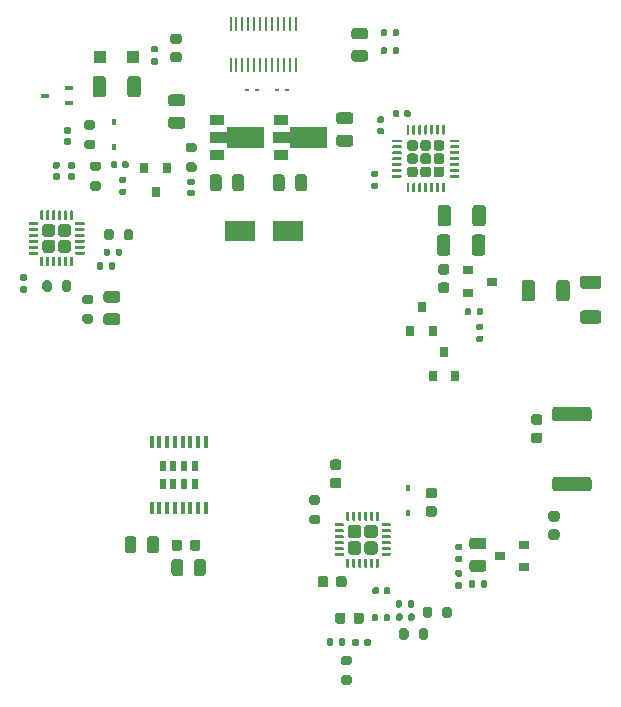
<source format=gbr>
%TF.GenerationSoftware,KiCad,Pcbnew,(5.1.9)-1*%
%TF.CreationDate,2024-04-03T17:37:13+03:00*%
%TF.ProjectId,jantteri_right,6a616e74-7465-4726-995f-72696768742e,rev?*%
%TF.SameCoordinates,Original*%
%TF.FileFunction,Paste,Top*%
%TF.FilePolarity,Positive*%
%FSLAX46Y46*%
G04 Gerber Fmt 4.6, Leading zero omitted, Abs format (unit mm)*
G04 Created by KiCad (PCBNEW (5.1.9)-1) date 2024-04-03 17:37:13*
%MOMM*%
%LPD*%
G01*
G04 APERTURE LIST*
%ADD10R,0.270000X1.300000*%
%ADD11R,0.450000X1.050000*%
%ADD12R,0.537000X0.882000*%
%ADD13R,0.800000X0.900000*%
%ADD14R,2.500000X1.800000*%
%ADD15R,0.450000X0.600000*%
%ADD16R,0.360000X0.250000*%
%ADD17R,0.700000X0.450000*%
%ADD18R,0.900000X0.800000*%
%ADD19C,0.100000*%
%ADD20R,1.300000X0.900000*%
%ADD21R,1.100000X1.100000*%
G04 APERTURE END LIST*
D10*
%TO.C,J1*%
X141860720Y-61005660D03*
X141360720Y-61005660D03*
X140860720Y-61005660D03*
X140360720Y-61005660D03*
X139860720Y-61005660D03*
X139360720Y-61005660D03*
X138860720Y-61005660D03*
X136360720Y-61005660D03*
X137360720Y-61005660D03*
X137860720Y-61005660D03*
X138360720Y-61005660D03*
X136860720Y-61005660D03*
X136360720Y-57505660D03*
X136860720Y-57505660D03*
X137360720Y-57505660D03*
X137860720Y-57505660D03*
X138360720Y-57505660D03*
X138860720Y-57505660D03*
X139360720Y-57505660D03*
X139860720Y-57505660D03*
X140360720Y-57505660D03*
X140860720Y-57505660D03*
X141360720Y-57505660D03*
X141860720Y-57505660D03*
%TD*%
%TO.C,C9*%
G36*
G01*
X131356400Y-104000320D02*
X131356400Y-103050320D01*
G75*
G02*
X131606400Y-102800320I250000J0D01*
G01*
X132106400Y-102800320D01*
G75*
G02*
X132356400Y-103050320I0J-250000D01*
G01*
X132356400Y-104000320D01*
G75*
G02*
X132106400Y-104250320I-250000J0D01*
G01*
X131606400Y-104250320D01*
G75*
G02*
X131356400Y-104000320I0J250000D01*
G01*
G37*
G36*
G01*
X133256400Y-104000320D02*
X133256400Y-103050320D01*
G75*
G02*
X133506400Y-102800320I250000J0D01*
G01*
X134006400Y-102800320D01*
G75*
G02*
X134256400Y-103050320I0J-250000D01*
G01*
X134256400Y-104000320D01*
G75*
G02*
X134006400Y-104250320I-250000J0D01*
G01*
X133506400Y-104250320D01*
G75*
G02*
X133256400Y-104000320I0J250000D01*
G01*
G37*
%TD*%
D11*
%TO.C,U2*%
X134240700Y-92914420D03*
X133590700Y-92914420D03*
X132940700Y-92914420D03*
X132290700Y-92914420D03*
X131640700Y-92914420D03*
X130990700Y-92914420D03*
X130340700Y-92914420D03*
X129690700Y-92914420D03*
X129690700Y-98464420D03*
X130340700Y-98464420D03*
X130990700Y-98464420D03*
X131640700Y-98464420D03*
X132290700Y-98464420D03*
X132940700Y-98464420D03*
X133590700Y-98464420D03*
X134240700Y-98464420D03*
D12*
X130623200Y-96424420D03*
X131518200Y-96424420D03*
X132413200Y-96424420D03*
X133308200Y-96424420D03*
X130623200Y-94954420D03*
X131518200Y-94954420D03*
X132413200Y-94954420D03*
X133308200Y-94954420D03*
%TD*%
%TO.C,C20*%
G36*
G01*
X149242600Y-65883120D02*
X148902600Y-65883120D01*
G75*
G02*
X148762600Y-65743120I0J140000D01*
G01*
X148762600Y-65463120D01*
G75*
G02*
X148902600Y-65323120I140000J0D01*
G01*
X149242600Y-65323120D01*
G75*
G02*
X149382600Y-65463120I0J-140000D01*
G01*
X149382600Y-65743120D01*
G75*
G02*
X149242600Y-65883120I-140000J0D01*
G01*
G37*
G36*
G01*
X149242600Y-66843120D02*
X148902600Y-66843120D01*
G75*
G02*
X148762600Y-66703120I0J140000D01*
G01*
X148762600Y-66423120D01*
G75*
G02*
X148902600Y-66283120I140000J0D01*
G01*
X149242600Y-66283120D01*
G75*
G02*
X149382600Y-66423120I0J-140000D01*
G01*
X149382600Y-66703120D01*
G75*
G02*
X149242600Y-66843120I-140000J0D01*
G01*
G37*
%TD*%
D13*
%TO.C,Q2*%
X152542240Y-81499200D03*
X153492240Y-83499200D03*
X151592240Y-83499200D03*
%TD*%
%TO.C,C1*%
G36*
G01*
X133189800Y-72103520D02*
X132849800Y-72103520D01*
G75*
G02*
X132709800Y-71963520I0J140000D01*
G01*
X132709800Y-71683520D01*
G75*
G02*
X132849800Y-71543520I140000J0D01*
G01*
X133189800Y-71543520D01*
G75*
G02*
X133329800Y-71683520I0J-140000D01*
G01*
X133329800Y-71963520D01*
G75*
G02*
X133189800Y-72103520I-140000J0D01*
G01*
G37*
G36*
G01*
X133189800Y-71143520D02*
X132849800Y-71143520D01*
G75*
G02*
X132709800Y-71003520I0J140000D01*
G01*
X132709800Y-70723520D01*
G75*
G02*
X132849800Y-70583520I140000J0D01*
G01*
X133189800Y-70583520D01*
G75*
G02*
X133329800Y-70723520I0J-140000D01*
G01*
X133329800Y-71003520D01*
G75*
G02*
X133189800Y-71143520I-140000J0D01*
G01*
G37*
%TD*%
%TO.C,C2*%
G36*
G01*
X122717380Y-66784880D02*
X122377380Y-66784880D01*
G75*
G02*
X122237380Y-66644880I0J140000D01*
G01*
X122237380Y-66364880D01*
G75*
G02*
X122377380Y-66224880I140000J0D01*
G01*
X122717380Y-66224880D01*
G75*
G02*
X122857380Y-66364880I0J-140000D01*
G01*
X122857380Y-66644880D01*
G75*
G02*
X122717380Y-66784880I-140000J0D01*
G01*
G37*
G36*
G01*
X122717380Y-67744880D02*
X122377380Y-67744880D01*
G75*
G02*
X122237380Y-67604880I0J140000D01*
G01*
X122237380Y-67324880D01*
G75*
G02*
X122377380Y-67184880I140000J0D01*
G01*
X122717380Y-67184880D01*
G75*
G02*
X122857380Y-67324880I0J-140000D01*
G01*
X122857380Y-67604880D01*
G75*
G02*
X122717380Y-67744880I-140000J0D01*
G01*
G37*
%TD*%
%TO.C,C3*%
G36*
G01*
X126214600Y-69583120D02*
X126214600Y-69243120D01*
G75*
G02*
X126354600Y-69103120I140000J0D01*
G01*
X126634600Y-69103120D01*
G75*
G02*
X126774600Y-69243120I0J-140000D01*
G01*
X126774600Y-69583120D01*
G75*
G02*
X126634600Y-69723120I-140000J0D01*
G01*
X126354600Y-69723120D01*
G75*
G02*
X126214600Y-69583120I0J140000D01*
G01*
G37*
G36*
G01*
X127174600Y-69583120D02*
X127174600Y-69243120D01*
G75*
G02*
X127314600Y-69103120I140000J0D01*
G01*
X127594600Y-69103120D01*
G75*
G02*
X127734600Y-69243120I0J-140000D01*
G01*
X127734600Y-69583120D01*
G75*
G02*
X127594600Y-69723120I-140000J0D01*
G01*
X127314600Y-69723120D01*
G75*
G02*
X127174600Y-69583120I0J140000D01*
G01*
G37*
%TD*%
%TO.C,C4*%
G36*
G01*
X122720280Y-69183980D02*
X123060280Y-69183980D01*
G75*
G02*
X123200280Y-69323980I0J-140000D01*
G01*
X123200280Y-69603980D01*
G75*
G02*
X123060280Y-69743980I-140000J0D01*
G01*
X122720280Y-69743980D01*
G75*
G02*
X122580280Y-69603980I0J140000D01*
G01*
X122580280Y-69323980D01*
G75*
G02*
X122720280Y-69183980I140000J0D01*
G01*
G37*
G36*
G01*
X122720280Y-70143980D02*
X123060280Y-70143980D01*
G75*
G02*
X123200280Y-70283980I0J-140000D01*
G01*
X123200280Y-70563980D01*
G75*
G02*
X123060280Y-70703980I-140000J0D01*
G01*
X122720280Y-70703980D01*
G75*
G02*
X122580280Y-70563980I0J140000D01*
G01*
X122580280Y-70283980D01*
G75*
G02*
X122720280Y-70143980I140000J0D01*
G01*
G37*
%TD*%
%TO.C,C5*%
G36*
G01*
X121442660Y-70133820D02*
X121782660Y-70133820D01*
G75*
G02*
X121922660Y-70273820I0J-140000D01*
G01*
X121922660Y-70553820D01*
G75*
G02*
X121782660Y-70693820I-140000J0D01*
G01*
X121442660Y-70693820D01*
G75*
G02*
X121302660Y-70553820I0J140000D01*
G01*
X121302660Y-70273820D01*
G75*
G02*
X121442660Y-70133820I140000J0D01*
G01*
G37*
G36*
G01*
X121442660Y-69173820D02*
X121782660Y-69173820D01*
G75*
G02*
X121922660Y-69313820I0J-140000D01*
G01*
X121922660Y-69593820D01*
G75*
G02*
X121782660Y-69733820I-140000J0D01*
G01*
X121442660Y-69733820D01*
G75*
G02*
X121302660Y-69593820I0J140000D01*
G01*
X121302660Y-69313820D01*
G75*
G02*
X121442660Y-69173820I140000J0D01*
G01*
G37*
%TD*%
%TO.C,C6*%
G36*
G01*
X125820600Y-62159119D02*
X125820600Y-63459121D01*
G75*
G02*
X125570601Y-63709120I-249999J0D01*
G01*
X124920599Y-63709120D01*
G75*
G02*
X124670600Y-63459121I0J249999D01*
G01*
X124670600Y-62159119D01*
G75*
G02*
X124920599Y-61909120I249999J0D01*
G01*
X125570601Y-61909120D01*
G75*
G02*
X125820600Y-62159119I0J-249999D01*
G01*
G37*
G36*
G01*
X128770600Y-62159119D02*
X128770600Y-63459121D01*
G75*
G02*
X128520601Y-63709120I-249999J0D01*
G01*
X127870599Y-63709120D01*
G75*
G02*
X127620600Y-63459121I0J249999D01*
G01*
X127620600Y-62159119D01*
G75*
G02*
X127870599Y-61909120I249999J0D01*
G01*
X128520601Y-61909120D01*
G75*
G02*
X128770600Y-62159119I0J-249999D01*
G01*
G37*
%TD*%
%TO.C,C7*%
G36*
G01*
X157982400Y-73081119D02*
X157982400Y-74381121D01*
G75*
G02*
X157732401Y-74631120I-249999J0D01*
G01*
X157082399Y-74631120D01*
G75*
G02*
X156832400Y-74381121I0J249999D01*
G01*
X156832400Y-73081119D01*
G75*
G02*
X157082399Y-72831120I249999J0D01*
G01*
X157732401Y-72831120D01*
G75*
G02*
X157982400Y-73081119I0J-249999D01*
G01*
G37*
G36*
G01*
X155032400Y-73081119D02*
X155032400Y-74381121D01*
G75*
G02*
X154782401Y-74631120I-249999J0D01*
G01*
X154132399Y-74631120D01*
G75*
G02*
X153882400Y-74381121I0J249999D01*
G01*
X153882400Y-73081119D01*
G75*
G02*
X154132399Y-72831120I249999J0D01*
G01*
X154782401Y-72831120D01*
G75*
G02*
X155032400Y-73081119I0J-249999D01*
G01*
G37*
%TD*%
%TO.C,C8*%
G36*
G01*
X131363000Y-101883020D02*
X131363000Y-101383020D01*
G75*
G02*
X131588000Y-101158020I225000J0D01*
G01*
X132038000Y-101158020D01*
G75*
G02*
X132263000Y-101383020I0J-225000D01*
G01*
X132263000Y-101883020D01*
G75*
G02*
X132038000Y-102108020I-225000J0D01*
G01*
X131588000Y-102108020D01*
G75*
G02*
X131363000Y-101883020I0J225000D01*
G01*
G37*
G36*
G01*
X132913000Y-101883020D02*
X132913000Y-101383020D01*
G75*
G02*
X133138000Y-101158020I225000J0D01*
G01*
X133588000Y-101158020D01*
G75*
G02*
X133813000Y-101383020I0J-225000D01*
G01*
X133813000Y-101883020D01*
G75*
G02*
X133588000Y-102108020I-225000J0D01*
G01*
X133138000Y-102108020D01*
G75*
G02*
X132913000Y-101883020I0J225000D01*
G01*
G37*
%TD*%
%TO.C,C10*%
G36*
G01*
X125839200Y-80101740D02*
X126789200Y-80101740D01*
G75*
G02*
X127039200Y-80351740I0J-250000D01*
G01*
X127039200Y-80851740D01*
G75*
G02*
X126789200Y-81101740I-250000J0D01*
G01*
X125839200Y-81101740D01*
G75*
G02*
X125589200Y-80851740I0J250000D01*
G01*
X125589200Y-80351740D01*
G75*
G02*
X125839200Y-80101740I250000J0D01*
G01*
G37*
G36*
G01*
X125839200Y-82001740D02*
X126789200Y-82001740D01*
G75*
G02*
X127039200Y-82251740I0J-250000D01*
G01*
X127039200Y-82751740D01*
G75*
G02*
X126789200Y-83001740I-250000J0D01*
G01*
X125839200Y-83001740D01*
G75*
G02*
X125589200Y-82751740I0J250000D01*
G01*
X125589200Y-82251740D01*
G75*
G02*
X125839200Y-82001740I250000J0D01*
G01*
G37*
%TD*%
%TO.C,C11*%
G36*
G01*
X145012600Y-95913120D02*
X145512600Y-95913120D01*
G75*
G02*
X145737600Y-96138120I0J-225000D01*
G01*
X145737600Y-96588120D01*
G75*
G02*
X145512600Y-96813120I-225000J0D01*
G01*
X145012600Y-96813120D01*
G75*
G02*
X144787600Y-96588120I0J225000D01*
G01*
X144787600Y-96138120D01*
G75*
G02*
X145012600Y-95913120I225000J0D01*
G01*
G37*
G36*
G01*
X145012600Y-94363120D02*
X145512600Y-94363120D01*
G75*
G02*
X145737600Y-94588120I0J-225000D01*
G01*
X145737600Y-95038120D01*
G75*
G02*
X145512600Y-95263120I-225000J0D01*
G01*
X145012600Y-95263120D01*
G75*
G02*
X144787600Y-95038120I0J225000D01*
G01*
X144787600Y-94588120D01*
G75*
G02*
X145012600Y-94363120I225000J0D01*
G01*
G37*
%TD*%
%TO.C,C12*%
G36*
G01*
X129281300Y-102057220D02*
X129281300Y-101107220D01*
G75*
G02*
X129531300Y-100857220I250000J0D01*
G01*
X130031300Y-100857220D01*
G75*
G02*
X130281300Y-101107220I0J-250000D01*
G01*
X130281300Y-102057220D01*
G75*
G02*
X130031300Y-102307220I-250000J0D01*
G01*
X129531300Y-102307220D01*
G75*
G02*
X129281300Y-102057220I0J250000D01*
G01*
G37*
G36*
G01*
X127381300Y-102057220D02*
X127381300Y-101107220D01*
G75*
G02*
X127631300Y-100857220I250000J0D01*
G01*
X128131300Y-100857220D01*
G75*
G02*
X128381300Y-101107220I0J-250000D01*
G01*
X128381300Y-102057220D01*
G75*
G02*
X128131300Y-102307220I-250000J0D01*
G01*
X127631300Y-102307220D01*
G75*
G02*
X127381300Y-102057220I0J250000D01*
G01*
G37*
%TD*%
%TO.C,C14*%
G36*
G01*
X153610120Y-97668200D02*
X153110120Y-97668200D01*
G75*
G02*
X152885120Y-97443200I0J225000D01*
G01*
X152885120Y-96993200D01*
G75*
G02*
X153110120Y-96768200I225000J0D01*
G01*
X153610120Y-96768200D01*
G75*
G02*
X153835120Y-96993200I0J-225000D01*
G01*
X153835120Y-97443200D01*
G75*
G02*
X153610120Y-97668200I-225000J0D01*
G01*
G37*
G36*
G01*
X153610120Y-99218200D02*
X153110120Y-99218200D01*
G75*
G02*
X152885120Y-98993200I0J225000D01*
G01*
X152885120Y-98543200D01*
G75*
G02*
X153110120Y-98318200I225000J0D01*
G01*
X153610120Y-98318200D01*
G75*
G02*
X153835120Y-98543200I0J-225000D01*
G01*
X153835120Y-98993200D01*
G75*
G02*
X153610120Y-99218200I-225000J0D01*
G01*
G37*
%TD*%
%TO.C,C16*%
G36*
G01*
X149323400Y-105651120D02*
X149323400Y-105311120D01*
G75*
G02*
X149463400Y-105171120I140000J0D01*
G01*
X149743400Y-105171120D01*
G75*
G02*
X149883400Y-105311120I0J-140000D01*
G01*
X149883400Y-105651120D01*
G75*
G02*
X149743400Y-105791120I-140000J0D01*
G01*
X149463400Y-105791120D01*
G75*
G02*
X149323400Y-105651120I0J140000D01*
G01*
G37*
G36*
G01*
X148363400Y-105651120D02*
X148363400Y-105311120D01*
G75*
G02*
X148503400Y-105171120I140000J0D01*
G01*
X148783400Y-105171120D01*
G75*
G02*
X148923400Y-105311120I0J-140000D01*
G01*
X148923400Y-105651120D01*
G75*
G02*
X148783400Y-105791120I-140000J0D01*
G01*
X148503400Y-105791120D01*
G75*
G02*
X148363400Y-105651120I0J140000D01*
G01*
G37*
%TD*%
%TO.C,C17*%
G36*
G01*
X163991100Y-101181620D02*
X163491100Y-101181620D01*
G75*
G02*
X163266100Y-100956620I0J225000D01*
G01*
X163266100Y-100506620D01*
G75*
G02*
X163491100Y-100281620I225000J0D01*
G01*
X163991100Y-100281620D01*
G75*
G02*
X164216100Y-100506620I0J-225000D01*
G01*
X164216100Y-100956620D01*
G75*
G02*
X163991100Y-101181620I-225000J0D01*
G01*
G37*
G36*
G01*
X163991100Y-99631620D02*
X163491100Y-99631620D01*
G75*
G02*
X163266100Y-99406620I0J225000D01*
G01*
X163266100Y-98956620D01*
G75*
G02*
X163491100Y-98731620I225000J0D01*
G01*
X163991100Y-98731620D01*
G75*
G02*
X164216100Y-98956620I0J-225000D01*
G01*
X164216100Y-99406620D01*
G75*
G02*
X163991100Y-99631620I-225000J0D01*
G01*
G37*
%TD*%
%TO.C,C18*%
G36*
G01*
X156827200Y-102883120D02*
X157777200Y-102883120D01*
G75*
G02*
X158027200Y-103133120I0J-250000D01*
G01*
X158027200Y-103633120D01*
G75*
G02*
X157777200Y-103883120I-250000J0D01*
G01*
X156827200Y-103883120D01*
G75*
G02*
X156577200Y-103633120I0J250000D01*
G01*
X156577200Y-103133120D01*
G75*
G02*
X156827200Y-102883120I250000J0D01*
G01*
G37*
G36*
G01*
X156827200Y-100983120D02*
X157777200Y-100983120D01*
G75*
G02*
X158027200Y-101233120I0J-250000D01*
G01*
X158027200Y-101733120D01*
G75*
G02*
X157777200Y-101983120I-250000J0D01*
G01*
X156827200Y-101983120D01*
G75*
G02*
X156577200Y-101733120I0J250000D01*
G01*
X156577200Y-101233120D01*
G75*
G02*
X156827200Y-100983120I250000J0D01*
G01*
G37*
%TD*%
%TO.C,C19*%
G36*
G01*
X151610600Y-64925120D02*
X151610600Y-65265120D01*
G75*
G02*
X151470600Y-65405120I-140000J0D01*
G01*
X151190600Y-65405120D01*
G75*
G02*
X151050600Y-65265120I0J140000D01*
G01*
X151050600Y-64925120D01*
G75*
G02*
X151190600Y-64785120I140000J0D01*
G01*
X151470600Y-64785120D01*
G75*
G02*
X151610600Y-64925120I0J-140000D01*
G01*
G37*
G36*
G01*
X150650600Y-64925120D02*
X150650600Y-65265120D01*
G75*
G02*
X150510600Y-65405120I-140000J0D01*
G01*
X150230600Y-65405120D01*
G75*
G02*
X150090600Y-65265120I0J140000D01*
G01*
X150090600Y-64925120D01*
G75*
G02*
X150230600Y-64785120I140000J0D01*
G01*
X150510600Y-64785120D01*
G75*
G02*
X150650600Y-64925120I0J-140000D01*
G01*
G37*
%TD*%
%TO.C,C21*%
G36*
G01*
X146499600Y-65981120D02*
X145549600Y-65981120D01*
G75*
G02*
X145299600Y-65731120I0J250000D01*
G01*
X145299600Y-65231120D01*
G75*
G02*
X145549600Y-64981120I250000J0D01*
G01*
X146499600Y-64981120D01*
G75*
G02*
X146749600Y-65231120I0J-250000D01*
G01*
X146749600Y-65731120D01*
G75*
G02*
X146499600Y-65981120I-250000J0D01*
G01*
G37*
G36*
G01*
X146499600Y-67881120D02*
X145549600Y-67881120D01*
G75*
G02*
X145299600Y-67631120I0J250000D01*
G01*
X145299600Y-67131120D01*
G75*
G02*
X145549600Y-66881120I250000J0D01*
G01*
X146499600Y-66881120D01*
G75*
G02*
X146749600Y-67131120I0J-250000D01*
G01*
X146749600Y-67631120D01*
G75*
G02*
X146499600Y-67881120I-250000J0D01*
G01*
G37*
%TD*%
%TO.C,C22*%
G36*
G01*
X139936600Y-71412120D02*
X139936600Y-70462120D01*
G75*
G02*
X140186600Y-70212120I250000J0D01*
G01*
X140686600Y-70212120D01*
G75*
G02*
X140936600Y-70462120I0J-250000D01*
G01*
X140936600Y-71412120D01*
G75*
G02*
X140686600Y-71662120I-250000J0D01*
G01*
X140186600Y-71662120D01*
G75*
G02*
X139936600Y-71412120I0J250000D01*
G01*
G37*
G36*
G01*
X141836600Y-71412120D02*
X141836600Y-70462120D01*
G75*
G02*
X142086600Y-70212120I250000J0D01*
G01*
X142586600Y-70212120D01*
G75*
G02*
X142836600Y-70462120I0J-250000D01*
G01*
X142836600Y-71412120D01*
G75*
G02*
X142586600Y-71662120I-250000J0D01*
G01*
X142086600Y-71662120D01*
G75*
G02*
X141836600Y-71412120I0J250000D01*
G01*
G37*
%TD*%
%TO.C,C23*%
G36*
G01*
X132275600Y-64457120D02*
X131325600Y-64457120D01*
G75*
G02*
X131075600Y-64207120I0J250000D01*
G01*
X131075600Y-63707120D01*
G75*
G02*
X131325600Y-63457120I250000J0D01*
G01*
X132275600Y-63457120D01*
G75*
G02*
X132525600Y-63707120I0J-250000D01*
G01*
X132525600Y-64207120D01*
G75*
G02*
X132275600Y-64457120I-250000J0D01*
G01*
G37*
G36*
G01*
X132275600Y-66357120D02*
X131325600Y-66357120D01*
G75*
G02*
X131075600Y-66107120I0J250000D01*
G01*
X131075600Y-65607120D01*
G75*
G02*
X131325600Y-65357120I250000J0D01*
G01*
X132275600Y-65357120D01*
G75*
G02*
X132525600Y-65607120I0J-250000D01*
G01*
X132525600Y-66107120D01*
G75*
G02*
X132275600Y-66357120I-250000J0D01*
G01*
G37*
%TD*%
%TO.C,C24*%
G36*
G01*
X137502600Y-70462120D02*
X137502600Y-71412120D01*
G75*
G02*
X137252600Y-71662120I-250000J0D01*
G01*
X136752600Y-71662120D01*
G75*
G02*
X136502600Y-71412120I0J250000D01*
G01*
X136502600Y-70462120D01*
G75*
G02*
X136752600Y-70212120I250000J0D01*
G01*
X137252600Y-70212120D01*
G75*
G02*
X137502600Y-70462120I0J-250000D01*
G01*
G37*
G36*
G01*
X135602600Y-70462120D02*
X135602600Y-71412120D01*
G75*
G02*
X135352600Y-71662120I-250000J0D01*
G01*
X134852600Y-71662120D01*
G75*
G02*
X134602600Y-71412120I0J250000D01*
G01*
X134602600Y-70462120D01*
G75*
G02*
X134852600Y-70212120I250000J0D01*
G01*
X135352600Y-70212120D01*
G75*
G02*
X135602600Y-70462120I0J-250000D01*
G01*
G37*
%TD*%
%TO.C,C25*%
G36*
G01*
X157929800Y-75570319D02*
X157929800Y-76870321D01*
G75*
G02*
X157679801Y-77120320I-249999J0D01*
G01*
X157029799Y-77120320D01*
G75*
G02*
X156779800Y-76870321I0J249999D01*
G01*
X156779800Y-75570319D01*
G75*
G02*
X157029799Y-75320320I249999J0D01*
G01*
X157679801Y-75320320D01*
G75*
G02*
X157929800Y-75570319I0J-249999D01*
G01*
G37*
G36*
G01*
X154979800Y-75570319D02*
X154979800Y-76870321D01*
G75*
G02*
X154729801Y-77120320I-249999J0D01*
G01*
X154079799Y-77120320D01*
G75*
G02*
X153829800Y-76870321I0J249999D01*
G01*
X153829800Y-75570319D01*
G75*
G02*
X154079799Y-75320320I249999J0D01*
G01*
X154729801Y-75320320D01*
G75*
G02*
X154979800Y-75570319I0J-249999D01*
G01*
G37*
%TD*%
%TO.C,C26*%
G36*
G01*
X154156600Y-77827120D02*
X154656600Y-77827120D01*
G75*
G02*
X154881600Y-78052120I0J-225000D01*
G01*
X154881600Y-78502120D01*
G75*
G02*
X154656600Y-78727120I-225000J0D01*
G01*
X154156600Y-78727120D01*
G75*
G02*
X153931600Y-78502120I0J225000D01*
G01*
X153931600Y-78052120D01*
G75*
G02*
X154156600Y-77827120I225000J0D01*
G01*
G37*
G36*
G01*
X154156600Y-79377120D02*
X154656600Y-79377120D01*
G75*
G02*
X154881600Y-79602120I0J-225000D01*
G01*
X154881600Y-80052120D01*
G75*
G02*
X154656600Y-80277120I-225000J0D01*
G01*
X154156600Y-80277120D01*
G75*
G02*
X153931600Y-80052120I0J225000D01*
G01*
X153931600Y-79602120D01*
G75*
G02*
X154156600Y-79377120I225000J0D01*
G01*
G37*
%TD*%
%TO.C,C27*%
G36*
G01*
X166202599Y-81743120D02*
X167502601Y-81743120D01*
G75*
G02*
X167752600Y-81993119I0J-249999D01*
G01*
X167752600Y-82643121D01*
G75*
G02*
X167502601Y-82893120I-249999J0D01*
G01*
X166202599Y-82893120D01*
G75*
G02*
X165952600Y-82643121I0J249999D01*
G01*
X165952600Y-81993119D01*
G75*
G02*
X166202599Y-81743120I249999J0D01*
G01*
G37*
G36*
G01*
X166202599Y-78793120D02*
X167502601Y-78793120D01*
G75*
G02*
X167752600Y-79043119I0J-249999D01*
G01*
X167752600Y-79693121D01*
G75*
G02*
X167502601Y-79943120I-249999J0D01*
G01*
X166202599Y-79943120D01*
G75*
G02*
X165952600Y-79693121I0J249999D01*
G01*
X165952600Y-79043119D01*
G75*
G02*
X166202599Y-78793120I249999J0D01*
G01*
G37*
%TD*%
%TO.C,C28*%
G36*
G01*
X160992600Y-80731121D02*
X160992600Y-79431119D01*
G75*
G02*
X161242599Y-79181120I249999J0D01*
G01*
X161892601Y-79181120D01*
G75*
G02*
X162142600Y-79431119I0J-249999D01*
G01*
X162142600Y-80731121D01*
G75*
G02*
X161892601Y-80981120I-249999J0D01*
G01*
X161242599Y-80981120D01*
G75*
G02*
X160992600Y-80731121I0J249999D01*
G01*
G37*
G36*
G01*
X163942600Y-80731121D02*
X163942600Y-79431119D01*
G75*
G02*
X164192599Y-79181120I249999J0D01*
G01*
X164842601Y-79181120D01*
G75*
G02*
X165092600Y-79431119I0J-249999D01*
G01*
X165092600Y-80731121D01*
G75*
G02*
X164842601Y-80981120I-249999J0D01*
G01*
X164192599Y-80981120D01*
G75*
G02*
X163942600Y-80731121I0J249999D01*
G01*
G37*
%TD*%
%TO.C,C29*%
G36*
G01*
X162530600Y-92990120D02*
X162030600Y-92990120D01*
G75*
G02*
X161805600Y-92765120I0J225000D01*
G01*
X161805600Y-92315120D01*
G75*
G02*
X162030600Y-92090120I225000J0D01*
G01*
X162530600Y-92090120D01*
G75*
G02*
X162755600Y-92315120I0J-225000D01*
G01*
X162755600Y-92765120D01*
G75*
G02*
X162530600Y-92990120I-225000J0D01*
G01*
G37*
G36*
G01*
X162530600Y-91440120D02*
X162030600Y-91440120D01*
G75*
G02*
X161805600Y-91215120I0J225000D01*
G01*
X161805600Y-90765120D01*
G75*
G02*
X162030600Y-90540120I225000J0D01*
G01*
X162530600Y-90540120D01*
G75*
G02*
X162755600Y-90765120I0J-225000D01*
G01*
X162755600Y-91215120D01*
G75*
G02*
X162530600Y-91440120I-225000J0D01*
G01*
G37*
%TD*%
%TO.C,C30*%
G36*
G01*
X145282800Y-104969120D02*
X145282800Y-104469120D01*
G75*
G02*
X145507800Y-104244120I225000J0D01*
G01*
X145957800Y-104244120D01*
G75*
G02*
X146182800Y-104469120I0J-225000D01*
G01*
X146182800Y-104969120D01*
G75*
G02*
X145957800Y-105194120I-225000J0D01*
G01*
X145507800Y-105194120D01*
G75*
G02*
X145282800Y-104969120I0J225000D01*
G01*
G37*
G36*
G01*
X143732800Y-104969120D02*
X143732800Y-104469120D01*
G75*
G02*
X143957800Y-104244120I225000J0D01*
G01*
X144407800Y-104244120D01*
G75*
G02*
X144632800Y-104469120I0J-225000D01*
G01*
X144632800Y-104969120D01*
G75*
G02*
X144407800Y-105194120I-225000J0D01*
G01*
X143957800Y-105194120D01*
G75*
G02*
X143732800Y-104969120I0J225000D01*
G01*
G37*
%TD*%
D14*
%TO.C,D1*%
X137198600Y-75001120D03*
X141198600Y-75001120D03*
%TD*%
D15*
%TO.C,D2*%
X151358600Y-96811120D03*
X151358600Y-98911120D03*
%TD*%
%TO.C,D3*%
G36*
G01*
X131995890Y-60757620D02*
X131483390Y-60757620D01*
G75*
G02*
X131264640Y-60538870I0J218750D01*
G01*
X131264640Y-60101370D01*
G75*
G02*
X131483390Y-59882620I218750J0D01*
G01*
X131995890Y-59882620D01*
G75*
G02*
X132214640Y-60101370I0J-218750D01*
G01*
X132214640Y-60538870D01*
G75*
G02*
X131995890Y-60757620I-218750J0D01*
G01*
G37*
G36*
G01*
X131995890Y-59182620D02*
X131483390Y-59182620D01*
G75*
G02*
X131264640Y-58963870I0J218750D01*
G01*
X131264640Y-58526370D01*
G75*
G02*
X131483390Y-58307620I218750J0D01*
G01*
X131995890Y-58307620D01*
G75*
G02*
X132214640Y-58526370I0J-218750D01*
G01*
X132214640Y-58963870D01*
G75*
G02*
X131995890Y-59182620I-218750J0D01*
G01*
G37*
%TD*%
%TO.C,D4*%
G36*
G01*
X147750850Y-60678120D02*
X146838350Y-60678120D01*
G75*
G02*
X146594600Y-60434370I0J243750D01*
G01*
X146594600Y-59946870D01*
G75*
G02*
X146838350Y-59703120I243750J0D01*
G01*
X147750850Y-59703120D01*
G75*
G02*
X147994600Y-59946870I0J-243750D01*
G01*
X147994600Y-60434370D01*
G75*
G02*
X147750850Y-60678120I-243750J0D01*
G01*
G37*
G36*
G01*
X147750850Y-58803120D02*
X146838350Y-58803120D01*
G75*
G02*
X146594600Y-58559370I0J243750D01*
G01*
X146594600Y-58071870D01*
G75*
G02*
X146838350Y-57828120I243750J0D01*
G01*
X147750850Y-57828120D01*
G75*
G02*
X147994600Y-58071870I0J-243750D01*
G01*
X147994600Y-58559370D01*
G75*
G02*
X147750850Y-58803120I-243750J0D01*
G01*
G37*
%TD*%
%TO.C,D5*%
X126466600Y-65823120D03*
X126466600Y-67923120D03*
%TD*%
D16*
%TO.C,D7*%
X141110600Y-63063120D03*
X140270600Y-63063120D03*
%TD*%
%TO.C,D8*%
X138570600Y-63063120D03*
X137730600Y-63063120D03*
%TD*%
D17*
%TO.C,D9*%
X122640600Y-64221120D03*
X122640600Y-62921120D03*
X120640600Y-63571120D03*
%TD*%
%TO.C,D11*%
G36*
G01*
X146781000Y-108074170D02*
X146781000Y-107561670D01*
G75*
G02*
X146999750Y-107342920I218750J0D01*
G01*
X147437250Y-107342920D01*
G75*
G02*
X147656000Y-107561670I0J-218750D01*
G01*
X147656000Y-108074170D01*
G75*
G02*
X147437250Y-108292920I-218750J0D01*
G01*
X146999750Y-108292920D01*
G75*
G02*
X146781000Y-108074170I0J218750D01*
G01*
G37*
G36*
G01*
X145206000Y-108074170D02*
X145206000Y-107561670D01*
G75*
G02*
X145424750Y-107342920I218750J0D01*
G01*
X145862250Y-107342920D01*
G75*
G02*
X146081000Y-107561670I0J-218750D01*
G01*
X146081000Y-108074170D01*
G75*
G02*
X145862250Y-108292920I-218750J0D01*
G01*
X145424750Y-108292920D01*
G75*
G02*
X145206000Y-108074170I0J218750D01*
G01*
G37*
%TD*%
D18*
%TO.C,Q1*%
X156454600Y-78369120D03*
X156454600Y-80269120D03*
X158454600Y-79319120D03*
%TD*%
D13*
%TO.C,Q3*%
X153489620Y-87272880D03*
X155389620Y-87272880D03*
X154439620Y-85272880D03*
%TD*%
D18*
%TO.C,Q4*%
X161181800Y-103484720D03*
X161181800Y-101584720D03*
X159181800Y-102534720D03*
%TD*%
D13*
%TO.C,Q5*%
X130022600Y-71683120D03*
X129072600Y-69683120D03*
X130972600Y-69683120D03*
%TD*%
%TO.C,R1*%
G36*
G01*
X118626040Y-78694060D02*
X118996040Y-78694060D01*
G75*
G02*
X119131040Y-78829060I0J-135000D01*
G01*
X119131040Y-79099060D01*
G75*
G02*
X118996040Y-79234060I-135000J0D01*
G01*
X118626040Y-79234060D01*
G75*
G02*
X118491040Y-79099060I0J135000D01*
G01*
X118491040Y-78829060D01*
G75*
G02*
X118626040Y-78694060I135000J0D01*
G01*
G37*
G36*
G01*
X118626040Y-79714060D02*
X118996040Y-79714060D01*
G75*
G02*
X119131040Y-79849060I0J-135000D01*
G01*
X119131040Y-80119060D01*
G75*
G02*
X118996040Y-80254060I-135000J0D01*
G01*
X118626040Y-80254060D01*
G75*
G02*
X118491040Y-80119060I0J135000D01*
G01*
X118491040Y-79849060D01*
G75*
G02*
X118626040Y-79714060I135000J0D01*
G01*
G37*
%TD*%
%TO.C,R2*%
G36*
G01*
X127413600Y-71971120D02*
X127043600Y-71971120D01*
G75*
G02*
X126908600Y-71836120I0J135000D01*
G01*
X126908600Y-71566120D01*
G75*
G02*
X127043600Y-71431120I135000J0D01*
G01*
X127413600Y-71431120D01*
G75*
G02*
X127548600Y-71566120I0J-135000D01*
G01*
X127548600Y-71836120D01*
G75*
G02*
X127413600Y-71971120I-135000J0D01*
G01*
G37*
G36*
G01*
X127413600Y-70951120D02*
X127043600Y-70951120D01*
G75*
G02*
X126908600Y-70816120I0J135000D01*
G01*
X126908600Y-70546120D01*
G75*
G02*
X127043600Y-70411120I135000J0D01*
G01*
X127413600Y-70411120D01*
G75*
G02*
X127548600Y-70546120I0J-135000D01*
G01*
X127548600Y-70816120D01*
G75*
G02*
X127413600Y-70951120I-135000J0D01*
G01*
G37*
%TD*%
%TO.C,R3*%
G36*
G01*
X133294800Y-68366320D02*
X132744800Y-68366320D01*
G75*
G02*
X132544800Y-68166320I0J200000D01*
G01*
X132544800Y-67766320D01*
G75*
G02*
X132744800Y-67566320I200000J0D01*
G01*
X133294800Y-67566320D01*
G75*
G02*
X133494800Y-67766320I0J-200000D01*
G01*
X133494800Y-68166320D01*
G75*
G02*
X133294800Y-68366320I-200000J0D01*
G01*
G37*
G36*
G01*
X133294800Y-70016320D02*
X132744800Y-70016320D01*
G75*
G02*
X132544800Y-69816320I0J200000D01*
G01*
X132544800Y-69416320D01*
G75*
G02*
X132744800Y-69216320I200000J0D01*
G01*
X133294800Y-69216320D01*
G75*
G02*
X133494800Y-69416320I0J-200000D01*
G01*
X133494800Y-69816320D01*
G75*
G02*
X133294800Y-70016320I-200000J0D01*
G01*
G37*
%TD*%
%TO.C,R4*%
G36*
G01*
X126049280Y-78190940D02*
X126049280Y-77820940D01*
G75*
G02*
X126184280Y-77685940I135000J0D01*
G01*
X126454280Y-77685940D01*
G75*
G02*
X126589280Y-77820940I0J-135000D01*
G01*
X126589280Y-78190940D01*
G75*
G02*
X126454280Y-78325940I-135000J0D01*
G01*
X126184280Y-78325940D01*
G75*
G02*
X126049280Y-78190940I0J135000D01*
G01*
G37*
G36*
G01*
X125029280Y-78190940D02*
X125029280Y-77820940D01*
G75*
G02*
X125164280Y-77685940I135000J0D01*
G01*
X125434280Y-77685940D01*
G75*
G02*
X125569280Y-77820940I0J-135000D01*
G01*
X125569280Y-78190940D01*
G75*
G02*
X125434280Y-78325940I-135000J0D01*
G01*
X125164280Y-78325940D01*
G75*
G02*
X125029280Y-78190940I0J135000D01*
G01*
G37*
%TD*%
%TO.C,R5*%
G36*
G01*
X124709600Y-66448120D02*
X124159600Y-66448120D01*
G75*
G02*
X123959600Y-66248120I0J200000D01*
G01*
X123959600Y-65848120D01*
G75*
G02*
X124159600Y-65648120I200000J0D01*
G01*
X124709600Y-65648120D01*
G75*
G02*
X124909600Y-65848120I0J-200000D01*
G01*
X124909600Y-66248120D01*
G75*
G02*
X124709600Y-66448120I-200000J0D01*
G01*
G37*
G36*
G01*
X124709600Y-68098120D02*
X124159600Y-68098120D01*
G75*
G02*
X123959600Y-67898120I0J200000D01*
G01*
X123959600Y-67498120D01*
G75*
G02*
X124159600Y-67298120I200000J0D01*
G01*
X124709600Y-67298120D01*
G75*
G02*
X124909600Y-67498120I0J-200000D01*
G01*
X124909600Y-67898120D01*
G75*
G02*
X124709600Y-68098120I-200000J0D01*
G01*
G37*
%TD*%
%TO.C,R6*%
G36*
G01*
X124554660Y-82863140D02*
X124004660Y-82863140D01*
G75*
G02*
X123804660Y-82663140I0J200000D01*
G01*
X123804660Y-82263140D01*
G75*
G02*
X124004660Y-82063140I200000J0D01*
G01*
X124554660Y-82063140D01*
G75*
G02*
X124754660Y-82263140I0J-200000D01*
G01*
X124754660Y-82663140D01*
G75*
G02*
X124554660Y-82863140I-200000J0D01*
G01*
G37*
G36*
G01*
X124554660Y-81213140D02*
X124004660Y-81213140D01*
G75*
G02*
X123804660Y-81013140I0J200000D01*
G01*
X123804660Y-80613140D01*
G75*
G02*
X124004660Y-80413140I200000J0D01*
G01*
X124554660Y-80413140D01*
G75*
G02*
X124754660Y-80613140I0J-200000D01*
G01*
X124754660Y-81013140D01*
G75*
G02*
X124554660Y-81213140I-200000J0D01*
G01*
G37*
%TD*%
%TO.C,R7*%
G36*
G01*
X125668820Y-75613940D02*
X125668820Y-75063940D01*
G75*
G02*
X125868820Y-74863940I200000J0D01*
G01*
X126268820Y-74863940D01*
G75*
G02*
X126468820Y-75063940I0J-200000D01*
G01*
X126468820Y-75613940D01*
G75*
G02*
X126268820Y-75813940I-200000J0D01*
G01*
X125868820Y-75813940D01*
G75*
G02*
X125668820Y-75613940I0J200000D01*
G01*
G37*
G36*
G01*
X127318820Y-75613940D02*
X127318820Y-75063940D01*
G75*
G02*
X127518820Y-74863940I200000J0D01*
G01*
X127918820Y-74863940D01*
G75*
G02*
X128118820Y-75063940I0J-200000D01*
G01*
X128118820Y-75613940D01*
G75*
G02*
X127918820Y-75813940I-200000J0D01*
G01*
X127518820Y-75813940D01*
G75*
G02*
X127318820Y-75613940I0J200000D01*
G01*
G37*
%TD*%
%TO.C,R8*%
G36*
G01*
X143759600Y-98198120D02*
X143209600Y-98198120D01*
G75*
G02*
X143009600Y-97998120I0J200000D01*
G01*
X143009600Y-97598120D01*
G75*
G02*
X143209600Y-97398120I200000J0D01*
G01*
X143759600Y-97398120D01*
G75*
G02*
X143959600Y-97598120I0J-200000D01*
G01*
X143959600Y-97998120D01*
G75*
G02*
X143759600Y-98198120I-200000J0D01*
G01*
G37*
G36*
G01*
X143759600Y-99848120D02*
X143209600Y-99848120D01*
G75*
G02*
X143009600Y-99648120I0J200000D01*
G01*
X143009600Y-99248120D01*
G75*
G02*
X143209600Y-99048120I200000J0D01*
G01*
X143759600Y-99048120D01*
G75*
G02*
X143959600Y-99248120I0J-200000D01*
G01*
X143959600Y-99648120D01*
G75*
G02*
X143759600Y-99848120I-200000J0D01*
G01*
G37*
%TD*%
%TO.C,R9*%
G36*
G01*
X157639600Y-83397120D02*
X157269600Y-83397120D01*
G75*
G02*
X157134600Y-83262120I0J135000D01*
G01*
X157134600Y-82992120D01*
G75*
G02*
X157269600Y-82857120I135000J0D01*
G01*
X157639600Y-82857120D01*
G75*
G02*
X157774600Y-82992120I0J-135000D01*
G01*
X157774600Y-83262120D01*
G75*
G02*
X157639600Y-83397120I-135000J0D01*
G01*
G37*
G36*
G01*
X157639600Y-84417120D02*
X157269600Y-84417120D01*
G75*
G02*
X157134600Y-84282120I0J135000D01*
G01*
X157134600Y-84012120D01*
G75*
G02*
X157269600Y-83877120I135000J0D01*
G01*
X157639600Y-83877120D01*
G75*
G02*
X157774600Y-84012120I0J-135000D01*
G01*
X157774600Y-84282120D01*
G75*
G02*
X157639600Y-84417120I-135000J0D01*
G01*
G37*
%TD*%
%TO.C,R10*%
G36*
G01*
X151397400Y-107901320D02*
X151397400Y-107531320D01*
G75*
G02*
X151532400Y-107396320I135000J0D01*
G01*
X151802400Y-107396320D01*
G75*
G02*
X151937400Y-107531320I0J-135000D01*
G01*
X151937400Y-107901320D01*
G75*
G02*
X151802400Y-108036320I-135000J0D01*
G01*
X151532400Y-108036320D01*
G75*
G02*
X151397400Y-107901320I0J135000D01*
G01*
G37*
G36*
G01*
X150377400Y-107901320D02*
X150377400Y-107531320D01*
G75*
G02*
X150512400Y-107396320I135000J0D01*
G01*
X150782400Y-107396320D01*
G75*
G02*
X150917400Y-107531320I0J-135000D01*
G01*
X150917400Y-107901320D01*
G75*
G02*
X150782400Y-108036320I-135000J0D01*
G01*
X150512400Y-108036320D01*
G75*
G02*
X150377400Y-107901320I0J135000D01*
G01*
G37*
%TD*%
%TO.C,R11*%
G36*
G01*
X150864600Y-106413720D02*
X150864600Y-106783720D01*
G75*
G02*
X150729600Y-106918720I-135000J0D01*
G01*
X150459600Y-106918720D01*
G75*
G02*
X150324600Y-106783720I0J135000D01*
G01*
X150324600Y-106413720D01*
G75*
G02*
X150459600Y-106278720I135000J0D01*
G01*
X150729600Y-106278720D01*
G75*
G02*
X150864600Y-106413720I0J-135000D01*
G01*
G37*
G36*
G01*
X151884600Y-106413720D02*
X151884600Y-106783720D01*
G75*
G02*
X151749600Y-106918720I-135000J0D01*
G01*
X151479600Y-106918720D01*
G75*
G02*
X151344600Y-106783720I0J135000D01*
G01*
X151344600Y-106413720D01*
G75*
G02*
X151479600Y-106278720I135000J0D01*
G01*
X151749600Y-106278720D01*
G75*
G02*
X151884600Y-106413720I0J-135000D01*
G01*
G37*
%TD*%
%TO.C,R12*%
G36*
G01*
X152279400Y-109413720D02*
X152279400Y-108863720D01*
G75*
G02*
X152479400Y-108663720I200000J0D01*
G01*
X152879400Y-108663720D01*
G75*
G02*
X153079400Y-108863720I0J-200000D01*
G01*
X153079400Y-109413720D01*
G75*
G02*
X152879400Y-109613720I-200000J0D01*
G01*
X152479400Y-109613720D01*
G75*
G02*
X152279400Y-109413720I0J200000D01*
G01*
G37*
G36*
G01*
X150629400Y-109413720D02*
X150629400Y-108863720D01*
G75*
G02*
X150829400Y-108663720I200000J0D01*
G01*
X151229400Y-108663720D01*
G75*
G02*
X151429400Y-108863720I0J-200000D01*
G01*
X151429400Y-109413720D01*
G75*
G02*
X151229400Y-109613720I-200000J0D01*
G01*
X150829400Y-109613720D01*
G75*
G02*
X150629400Y-109413720I0J200000D01*
G01*
G37*
%TD*%
%TO.C,R13*%
G36*
G01*
X163827400Y-89913920D02*
X166677400Y-89913920D01*
G75*
G02*
X166927400Y-90163920I0J-250000D01*
G01*
X166927400Y-90888920D01*
G75*
G02*
X166677400Y-91138920I-250000J0D01*
G01*
X163827400Y-91138920D01*
G75*
G02*
X163577400Y-90888920I0J250000D01*
G01*
X163577400Y-90163920D01*
G75*
G02*
X163827400Y-89913920I250000J0D01*
G01*
G37*
G36*
G01*
X163827400Y-95838920D02*
X166677400Y-95838920D01*
G75*
G02*
X166927400Y-96088920I0J-250000D01*
G01*
X166927400Y-96813920D01*
G75*
G02*
X166677400Y-97063920I-250000J0D01*
G01*
X163827400Y-97063920D01*
G75*
G02*
X163577400Y-96813920I0J250000D01*
G01*
X163577400Y-96088920D01*
G75*
G02*
X163827400Y-95838920I250000J0D01*
G01*
G37*
%TD*%
%TO.C,R14*%
G36*
G01*
X152635000Y-107584920D02*
X152635000Y-107034920D01*
G75*
G02*
X152835000Y-106834920I200000J0D01*
G01*
X153235000Y-106834920D01*
G75*
G02*
X153435000Y-107034920I0J-200000D01*
G01*
X153435000Y-107584920D01*
G75*
G02*
X153235000Y-107784920I-200000J0D01*
G01*
X152835000Y-107784920D01*
G75*
G02*
X152635000Y-107584920I0J200000D01*
G01*
G37*
G36*
G01*
X154285000Y-107584920D02*
X154285000Y-107034920D01*
G75*
G02*
X154485000Y-106834920I200000J0D01*
G01*
X154885000Y-106834920D01*
G75*
G02*
X155085000Y-107034920I0J-200000D01*
G01*
X155085000Y-107584920D01*
G75*
G02*
X154885000Y-107784920I-200000J0D01*
G01*
X154485000Y-107784920D01*
G75*
G02*
X154285000Y-107584920I0J200000D01*
G01*
G37*
%TD*%
%TO.C,R15*%
G36*
G01*
X125199820Y-71598240D02*
X124649820Y-71598240D01*
G75*
G02*
X124449820Y-71398240I0J200000D01*
G01*
X124449820Y-70998240D01*
G75*
G02*
X124649820Y-70798240I200000J0D01*
G01*
X125199820Y-70798240D01*
G75*
G02*
X125399820Y-70998240I0J-200000D01*
G01*
X125399820Y-71398240D01*
G75*
G02*
X125199820Y-71598240I-200000J0D01*
G01*
G37*
G36*
G01*
X125199820Y-69948240D02*
X124649820Y-69948240D01*
G75*
G02*
X124449820Y-69748240I0J200000D01*
G01*
X124449820Y-69348240D01*
G75*
G02*
X124649820Y-69148240I200000J0D01*
G01*
X125199820Y-69148240D01*
G75*
G02*
X125399820Y-69348240I0J-200000D01*
G01*
X125399820Y-69748240D01*
G75*
G02*
X125199820Y-69948240I-200000J0D01*
G01*
G37*
%TD*%
%TO.C,R16*%
G36*
G01*
X122071180Y-79959880D02*
X122071180Y-79409880D01*
G75*
G02*
X122271180Y-79209880I200000J0D01*
G01*
X122671180Y-79209880D01*
G75*
G02*
X122871180Y-79409880I0J-200000D01*
G01*
X122871180Y-79959880D01*
G75*
G02*
X122671180Y-80159880I-200000J0D01*
G01*
X122271180Y-80159880D01*
G75*
G02*
X122071180Y-79959880I0J200000D01*
G01*
G37*
G36*
G01*
X120421180Y-79959880D02*
X120421180Y-79409880D01*
G75*
G02*
X120621180Y-79209880I200000J0D01*
G01*
X121021180Y-79209880D01*
G75*
G02*
X121221180Y-79409880I0J-200000D01*
G01*
X121221180Y-79959880D01*
G75*
G02*
X121021180Y-80159880I-200000J0D01*
G01*
X120621180Y-80159880D01*
G75*
G02*
X120421180Y-79959880I0J200000D01*
G01*
G37*
%TD*%
%TO.C,R17*%
G36*
G01*
X155861600Y-102042720D02*
X155491600Y-102042720D01*
G75*
G02*
X155356600Y-101907720I0J135000D01*
G01*
X155356600Y-101637720D01*
G75*
G02*
X155491600Y-101502720I135000J0D01*
G01*
X155861600Y-101502720D01*
G75*
G02*
X155996600Y-101637720I0J-135000D01*
G01*
X155996600Y-101907720D01*
G75*
G02*
X155861600Y-102042720I-135000J0D01*
G01*
G37*
G36*
G01*
X155861600Y-103062720D02*
X155491600Y-103062720D01*
G75*
G02*
X155356600Y-102927720I0J135000D01*
G01*
X155356600Y-102657720D01*
G75*
G02*
X155491600Y-102522720I135000J0D01*
G01*
X155861600Y-102522720D01*
G75*
G02*
X155996600Y-102657720I0J-135000D01*
G01*
X155996600Y-102927720D01*
G75*
G02*
X155861600Y-103062720I-135000J0D01*
G01*
G37*
%TD*%
%TO.C,R18*%
G36*
G01*
X126628400Y-77012380D02*
X126628400Y-76642380D01*
G75*
G02*
X126763400Y-76507380I135000J0D01*
G01*
X127033400Y-76507380D01*
G75*
G02*
X127168400Y-76642380I0J-135000D01*
G01*
X127168400Y-77012380D01*
G75*
G02*
X127033400Y-77147380I-135000J0D01*
G01*
X126763400Y-77147380D01*
G75*
G02*
X126628400Y-77012380I0J135000D01*
G01*
G37*
G36*
G01*
X125608400Y-77012380D02*
X125608400Y-76642380D01*
G75*
G02*
X125743400Y-76507380I135000J0D01*
G01*
X126013400Y-76507380D01*
G75*
G02*
X126148400Y-76642380I0J-135000D01*
G01*
X126148400Y-77012380D01*
G75*
G02*
X126013400Y-77147380I-135000J0D01*
G01*
X125743400Y-77147380D01*
G75*
G02*
X125608400Y-77012380I0J135000D01*
G01*
G37*
%TD*%
%TO.C,R19*%
G36*
G01*
X148749600Y-71465120D02*
X148379600Y-71465120D01*
G75*
G02*
X148244600Y-71330120I0J135000D01*
G01*
X148244600Y-71060120D01*
G75*
G02*
X148379600Y-70925120I135000J0D01*
G01*
X148749600Y-70925120D01*
G75*
G02*
X148884600Y-71060120I0J-135000D01*
G01*
X148884600Y-71330120D01*
G75*
G02*
X148749600Y-71465120I-135000J0D01*
G01*
G37*
G36*
G01*
X148749600Y-70445120D02*
X148379600Y-70445120D01*
G75*
G02*
X148244600Y-70310120I0J135000D01*
G01*
X148244600Y-70040120D01*
G75*
G02*
X148379600Y-69905120I135000J0D01*
G01*
X148749600Y-69905120D01*
G75*
G02*
X148884600Y-70040120I0J-135000D01*
G01*
X148884600Y-70310120D01*
G75*
G02*
X148749600Y-70445120I-135000J0D01*
G01*
G37*
%TD*%
%TO.C,R20*%
G36*
G01*
X157726600Y-81674120D02*
X157726600Y-82044120D01*
G75*
G02*
X157591600Y-82179120I-135000J0D01*
G01*
X157321600Y-82179120D01*
G75*
G02*
X157186600Y-82044120I0J135000D01*
G01*
X157186600Y-81674120D01*
G75*
G02*
X157321600Y-81539120I135000J0D01*
G01*
X157591600Y-81539120D01*
G75*
G02*
X157726600Y-81674120I0J-135000D01*
G01*
G37*
G36*
G01*
X156706600Y-81674120D02*
X156706600Y-82044120D01*
G75*
G02*
X156571600Y-82179120I-135000J0D01*
G01*
X156301600Y-82179120D01*
G75*
G02*
X156166600Y-82044120I0J135000D01*
G01*
X156166600Y-81674120D01*
G75*
G02*
X156301600Y-81539120I135000J0D01*
G01*
X156571600Y-81539120D01*
G75*
G02*
X156706600Y-81674120I0J-135000D01*
G01*
G37*
%TD*%
%TO.C,R21*%
G36*
G01*
X146066000Y-109652220D02*
X146066000Y-110022220D01*
G75*
G02*
X145931000Y-110157220I-135000J0D01*
G01*
X145661000Y-110157220D01*
G75*
G02*
X145526000Y-110022220I0J135000D01*
G01*
X145526000Y-109652220D01*
G75*
G02*
X145661000Y-109517220I135000J0D01*
G01*
X145931000Y-109517220D01*
G75*
G02*
X146066000Y-109652220I0J-135000D01*
G01*
G37*
G36*
G01*
X145046000Y-109652220D02*
X145046000Y-110022220D01*
G75*
G02*
X144911000Y-110157220I-135000J0D01*
G01*
X144641000Y-110157220D01*
G75*
G02*
X144506000Y-110022220I0J135000D01*
G01*
X144506000Y-109652220D01*
G75*
G02*
X144641000Y-109517220I135000J0D01*
G01*
X144911000Y-109517220D01*
G75*
G02*
X145046000Y-109652220I0J-135000D01*
G01*
G37*
%TD*%
%TO.C,R22*%
G36*
G01*
X158082200Y-104737320D02*
X158082200Y-105107320D01*
G75*
G02*
X157947200Y-105242320I-135000J0D01*
G01*
X157677200Y-105242320D01*
G75*
G02*
X157542200Y-105107320I0J135000D01*
G01*
X157542200Y-104737320D01*
G75*
G02*
X157677200Y-104602320I135000J0D01*
G01*
X157947200Y-104602320D01*
G75*
G02*
X158082200Y-104737320I0J-135000D01*
G01*
G37*
G36*
G01*
X157062200Y-104737320D02*
X157062200Y-105107320D01*
G75*
G02*
X156927200Y-105242320I-135000J0D01*
G01*
X156657200Y-105242320D01*
G75*
G02*
X156522200Y-105107320I0J135000D01*
G01*
X156522200Y-104737320D01*
G75*
G02*
X156657200Y-104602320I135000J0D01*
G01*
X156927200Y-104602320D01*
G75*
G02*
X157062200Y-104737320I0J-135000D01*
G01*
G37*
%TD*%
%TO.C,R23*%
G36*
G01*
X155861600Y-105297920D02*
X155491600Y-105297920D01*
G75*
G02*
X155356600Y-105162920I0J135000D01*
G01*
X155356600Y-104892920D01*
G75*
G02*
X155491600Y-104757920I135000J0D01*
G01*
X155861600Y-104757920D01*
G75*
G02*
X155996600Y-104892920I0J-135000D01*
G01*
X155996600Y-105162920D01*
G75*
G02*
X155861600Y-105297920I-135000J0D01*
G01*
G37*
G36*
G01*
X155861600Y-104277920D02*
X155491600Y-104277920D01*
G75*
G02*
X155356600Y-104142920I0J135000D01*
G01*
X155356600Y-103872920D01*
G75*
G02*
X155491600Y-103737920I135000J0D01*
G01*
X155861600Y-103737920D01*
G75*
G02*
X155996600Y-103872920I0J-135000D01*
G01*
X155996600Y-104142920D01*
G75*
G02*
X155861600Y-104277920I-135000J0D01*
G01*
G37*
%TD*%
%TO.C,R24*%
G36*
G01*
X130100920Y-59910280D02*
X129730920Y-59910280D01*
G75*
G02*
X129595920Y-59775280I0J135000D01*
G01*
X129595920Y-59505280D01*
G75*
G02*
X129730920Y-59370280I135000J0D01*
G01*
X130100920Y-59370280D01*
G75*
G02*
X130235920Y-59505280I0J-135000D01*
G01*
X130235920Y-59775280D01*
G75*
G02*
X130100920Y-59910280I-135000J0D01*
G01*
G37*
G36*
G01*
X130100920Y-60930280D02*
X129730920Y-60930280D01*
G75*
G02*
X129595920Y-60795280I0J135000D01*
G01*
X129595920Y-60525280D01*
G75*
G02*
X129730920Y-60390280I135000J0D01*
G01*
X130100920Y-60390280D01*
G75*
G02*
X130235920Y-60525280I0J-135000D01*
G01*
X130235920Y-60795280D01*
G75*
G02*
X130100920Y-60930280I-135000J0D01*
G01*
G37*
%TD*%
%TO.C,R25*%
G36*
G01*
X149054600Y-58422120D02*
X149054600Y-58052120D01*
G75*
G02*
X149189600Y-57917120I135000J0D01*
G01*
X149459600Y-57917120D01*
G75*
G02*
X149594600Y-58052120I0J-135000D01*
G01*
X149594600Y-58422120D01*
G75*
G02*
X149459600Y-58557120I-135000J0D01*
G01*
X149189600Y-58557120D01*
G75*
G02*
X149054600Y-58422120I0J135000D01*
G01*
G37*
G36*
G01*
X150074600Y-58422120D02*
X150074600Y-58052120D01*
G75*
G02*
X150209600Y-57917120I135000J0D01*
G01*
X150479600Y-57917120D01*
G75*
G02*
X150614600Y-58052120I0J-135000D01*
G01*
X150614600Y-58422120D01*
G75*
G02*
X150479600Y-58557120I-135000J0D01*
G01*
X150209600Y-58557120D01*
G75*
G02*
X150074600Y-58422120I0J135000D01*
G01*
G37*
%TD*%
%TO.C,R26*%
G36*
G01*
X149312600Y-107952120D02*
X149312600Y-107582120D01*
G75*
G02*
X149447600Y-107447120I135000J0D01*
G01*
X149717600Y-107447120D01*
G75*
G02*
X149852600Y-107582120I0J-135000D01*
G01*
X149852600Y-107952120D01*
G75*
G02*
X149717600Y-108087120I-135000J0D01*
G01*
X149447600Y-108087120D01*
G75*
G02*
X149312600Y-107952120I0J135000D01*
G01*
G37*
G36*
G01*
X148292600Y-107952120D02*
X148292600Y-107582120D01*
G75*
G02*
X148427600Y-107447120I135000J0D01*
G01*
X148697600Y-107447120D01*
G75*
G02*
X148832600Y-107582120I0J-135000D01*
G01*
X148832600Y-107952120D01*
G75*
G02*
X148697600Y-108087120I-135000J0D01*
G01*
X148427600Y-108087120D01*
G75*
G02*
X148292600Y-107952120I0J135000D01*
G01*
G37*
%TD*%
%TO.C,R27*%
G36*
G01*
X146654300Y-110034920D02*
X146654300Y-109664920D01*
G75*
G02*
X146789300Y-109529920I135000J0D01*
G01*
X147059300Y-109529920D01*
G75*
G02*
X147194300Y-109664920I0J-135000D01*
G01*
X147194300Y-110034920D01*
G75*
G02*
X147059300Y-110169920I-135000J0D01*
G01*
X146789300Y-110169920D01*
G75*
G02*
X146654300Y-110034920I0J135000D01*
G01*
G37*
G36*
G01*
X147674300Y-110034920D02*
X147674300Y-109664920D01*
G75*
G02*
X147809300Y-109529920I135000J0D01*
G01*
X148079300Y-109529920D01*
G75*
G02*
X148214300Y-109664920I0J-135000D01*
G01*
X148214300Y-110034920D01*
G75*
G02*
X148079300Y-110169920I-135000J0D01*
G01*
X147809300Y-110169920D01*
G75*
G02*
X147674300Y-110034920I0J135000D01*
G01*
G37*
%TD*%
%TO.C,R28*%
G36*
G01*
X150074600Y-59946120D02*
X150074600Y-59576120D01*
G75*
G02*
X150209600Y-59441120I135000J0D01*
G01*
X150479600Y-59441120D01*
G75*
G02*
X150614600Y-59576120I0J-135000D01*
G01*
X150614600Y-59946120D01*
G75*
G02*
X150479600Y-60081120I-135000J0D01*
G01*
X150209600Y-60081120D01*
G75*
G02*
X150074600Y-59946120I0J135000D01*
G01*
G37*
G36*
G01*
X149054600Y-59946120D02*
X149054600Y-59576120D01*
G75*
G02*
X149189600Y-59441120I135000J0D01*
G01*
X149459600Y-59441120D01*
G75*
G02*
X149594600Y-59576120I0J-135000D01*
G01*
X149594600Y-59946120D01*
G75*
G02*
X149459600Y-60081120I-135000J0D01*
G01*
X149189600Y-60081120D01*
G75*
G02*
X149054600Y-59946120I0J135000D01*
G01*
G37*
%TD*%
%TO.C,TH1*%
G36*
G01*
X145889300Y-110999820D02*
X146439300Y-110999820D01*
G75*
G02*
X146639300Y-111199820I0J-200000D01*
G01*
X146639300Y-111599820D01*
G75*
G02*
X146439300Y-111799820I-200000J0D01*
G01*
X145889300Y-111799820D01*
G75*
G02*
X145689300Y-111599820I0J200000D01*
G01*
X145689300Y-111199820D01*
G75*
G02*
X145889300Y-110999820I200000J0D01*
G01*
G37*
G36*
G01*
X145889300Y-112649820D02*
X146439300Y-112649820D01*
G75*
G02*
X146639300Y-112849820I0J-200000D01*
G01*
X146639300Y-113249820D01*
G75*
G02*
X146439300Y-113449820I-200000J0D01*
G01*
X145889300Y-113449820D01*
G75*
G02*
X145689300Y-113249820I0J200000D01*
G01*
X145689300Y-112849820D01*
G75*
G02*
X145889300Y-112649820I200000J0D01*
G01*
G37*
%TD*%
%TO.C,U1*%
G36*
G01*
X119260520Y-74463860D02*
X119260520Y-74338860D01*
G75*
G02*
X119323020Y-74276360I62500J0D01*
G01*
X120023020Y-74276360D01*
G75*
G02*
X120085520Y-74338860I0J-62500D01*
G01*
X120085520Y-74463860D01*
G75*
G02*
X120023020Y-74526360I-62500J0D01*
G01*
X119323020Y-74526360D01*
G75*
G02*
X119260520Y-74463860I0J62500D01*
G01*
G37*
G36*
G01*
X119260520Y-74963860D02*
X119260520Y-74838860D01*
G75*
G02*
X119323020Y-74776360I62500J0D01*
G01*
X120023020Y-74776360D01*
G75*
G02*
X120085520Y-74838860I0J-62500D01*
G01*
X120085520Y-74963860D01*
G75*
G02*
X120023020Y-75026360I-62500J0D01*
G01*
X119323020Y-75026360D01*
G75*
G02*
X119260520Y-74963860I0J62500D01*
G01*
G37*
G36*
G01*
X119260520Y-75463860D02*
X119260520Y-75338860D01*
G75*
G02*
X119323020Y-75276360I62500J0D01*
G01*
X120023020Y-75276360D01*
G75*
G02*
X120085520Y-75338860I0J-62500D01*
G01*
X120085520Y-75463860D01*
G75*
G02*
X120023020Y-75526360I-62500J0D01*
G01*
X119323020Y-75526360D01*
G75*
G02*
X119260520Y-75463860I0J62500D01*
G01*
G37*
G36*
G01*
X119260520Y-75963860D02*
X119260520Y-75838860D01*
G75*
G02*
X119323020Y-75776360I62500J0D01*
G01*
X120023020Y-75776360D01*
G75*
G02*
X120085520Y-75838860I0J-62500D01*
G01*
X120085520Y-75963860D01*
G75*
G02*
X120023020Y-76026360I-62500J0D01*
G01*
X119323020Y-76026360D01*
G75*
G02*
X119260520Y-75963860I0J62500D01*
G01*
G37*
G36*
G01*
X119260520Y-76463860D02*
X119260520Y-76338860D01*
G75*
G02*
X119323020Y-76276360I62500J0D01*
G01*
X120023020Y-76276360D01*
G75*
G02*
X120085520Y-76338860I0J-62500D01*
G01*
X120085520Y-76463860D01*
G75*
G02*
X120023020Y-76526360I-62500J0D01*
G01*
X119323020Y-76526360D01*
G75*
G02*
X119260520Y-76463860I0J62500D01*
G01*
G37*
G36*
G01*
X119260520Y-76963860D02*
X119260520Y-76838860D01*
G75*
G02*
X119323020Y-76776360I62500J0D01*
G01*
X120023020Y-76776360D01*
G75*
G02*
X120085520Y-76838860I0J-62500D01*
G01*
X120085520Y-76963860D01*
G75*
G02*
X120023020Y-77026360I-62500J0D01*
G01*
X119323020Y-77026360D01*
G75*
G02*
X119260520Y-76963860I0J62500D01*
G01*
G37*
G36*
G01*
X120260520Y-77963860D02*
X120260520Y-77263860D01*
G75*
G02*
X120323020Y-77201360I62500J0D01*
G01*
X120448020Y-77201360D01*
G75*
G02*
X120510520Y-77263860I0J-62500D01*
G01*
X120510520Y-77963860D01*
G75*
G02*
X120448020Y-78026360I-62500J0D01*
G01*
X120323020Y-78026360D01*
G75*
G02*
X120260520Y-77963860I0J62500D01*
G01*
G37*
G36*
G01*
X120760520Y-77963860D02*
X120760520Y-77263860D01*
G75*
G02*
X120823020Y-77201360I62500J0D01*
G01*
X120948020Y-77201360D01*
G75*
G02*
X121010520Y-77263860I0J-62500D01*
G01*
X121010520Y-77963860D01*
G75*
G02*
X120948020Y-78026360I-62500J0D01*
G01*
X120823020Y-78026360D01*
G75*
G02*
X120760520Y-77963860I0J62500D01*
G01*
G37*
G36*
G01*
X121260520Y-77963860D02*
X121260520Y-77263860D01*
G75*
G02*
X121323020Y-77201360I62500J0D01*
G01*
X121448020Y-77201360D01*
G75*
G02*
X121510520Y-77263860I0J-62500D01*
G01*
X121510520Y-77963860D01*
G75*
G02*
X121448020Y-78026360I-62500J0D01*
G01*
X121323020Y-78026360D01*
G75*
G02*
X121260520Y-77963860I0J62500D01*
G01*
G37*
G36*
G01*
X121760520Y-77963860D02*
X121760520Y-77263860D01*
G75*
G02*
X121823020Y-77201360I62500J0D01*
G01*
X121948020Y-77201360D01*
G75*
G02*
X122010520Y-77263860I0J-62500D01*
G01*
X122010520Y-77963860D01*
G75*
G02*
X121948020Y-78026360I-62500J0D01*
G01*
X121823020Y-78026360D01*
G75*
G02*
X121760520Y-77963860I0J62500D01*
G01*
G37*
G36*
G01*
X122260520Y-77963860D02*
X122260520Y-77263860D01*
G75*
G02*
X122323020Y-77201360I62500J0D01*
G01*
X122448020Y-77201360D01*
G75*
G02*
X122510520Y-77263860I0J-62500D01*
G01*
X122510520Y-77963860D01*
G75*
G02*
X122448020Y-78026360I-62500J0D01*
G01*
X122323020Y-78026360D01*
G75*
G02*
X122260520Y-77963860I0J62500D01*
G01*
G37*
G36*
G01*
X122760520Y-77963860D02*
X122760520Y-77263860D01*
G75*
G02*
X122823020Y-77201360I62500J0D01*
G01*
X122948020Y-77201360D01*
G75*
G02*
X123010520Y-77263860I0J-62500D01*
G01*
X123010520Y-77963860D01*
G75*
G02*
X122948020Y-78026360I-62500J0D01*
G01*
X122823020Y-78026360D01*
G75*
G02*
X122760520Y-77963860I0J62500D01*
G01*
G37*
G36*
G01*
X123185520Y-76963860D02*
X123185520Y-76838860D01*
G75*
G02*
X123248020Y-76776360I62500J0D01*
G01*
X123948020Y-76776360D01*
G75*
G02*
X124010520Y-76838860I0J-62500D01*
G01*
X124010520Y-76963860D01*
G75*
G02*
X123948020Y-77026360I-62500J0D01*
G01*
X123248020Y-77026360D01*
G75*
G02*
X123185520Y-76963860I0J62500D01*
G01*
G37*
G36*
G01*
X123185520Y-76463860D02*
X123185520Y-76338860D01*
G75*
G02*
X123248020Y-76276360I62500J0D01*
G01*
X123948020Y-76276360D01*
G75*
G02*
X124010520Y-76338860I0J-62500D01*
G01*
X124010520Y-76463860D01*
G75*
G02*
X123948020Y-76526360I-62500J0D01*
G01*
X123248020Y-76526360D01*
G75*
G02*
X123185520Y-76463860I0J62500D01*
G01*
G37*
G36*
G01*
X123185520Y-75963860D02*
X123185520Y-75838860D01*
G75*
G02*
X123248020Y-75776360I62500J0D01*
G01*
X123948020Y-75776360D01*
G75*
G02*
X124010520Y-75838860I0J-62500D01*
G01*
X124010520Y-75963860D01*
G75*
G02*
X123948020Y-76026360I-62500J0D01*
G01*
X123248020Y-76026360D01*
G75*
G02*
X123185520Y-75963860I0J62500D01*
G01*
G37*
G36*
G01*
X123185520Y-75463860D02*
X123185520Y-75338860D01*
G75*
G02*
X123248020Y-75276360I62500J0D01*
G01*
X123948020Y-75276360D01*
G75*
G02*
X124010520Y-75338860I0J-62500D01*
G01*
X124010520Y-75463860D01*
G75*
G02*
X123948020Y-75526360I-62500J0D01*
G01*
X123248020Y-75526360D01*
G75*
G02*
X123185520Y-75463860I0J62500D01*
G01*
G37*
G36*
G01*
X123185520Y-74963860D02*
X123185520Y-74838860D01*
G75*
G02*
X123248020Y-74776360I62500J0D01*
G01*
X123948020Y-74776360D01*
G75*
G02*
X124010520Y-74838860I0J-62500D01*
G01*
X124010520Y-74963860D01*
G75*
G02*
X123948020Y-75026360I-62500J0D01*
G01*
X123248020Y-75026360D01*
G75*
G02*
X123185520Y-74963860I0J62500D01*
G01*
G37*
G36*
G01*
X123185520Y-74463860D02*
X123185520Y-74338860D01*
G75*
G02*
X123248020Y-74276360I62500J0D01*
G01*
X123948020Y-74276360D01*
G75*
G02*
X124010520Y-74338860I0J-62500D01*
G01*
X124010520Y-74463860D01*
G75*
G02*
X123948020Y-74526360I-62500J0D01*
G01*
X123248020Y-74526360D01*
G75*
G02*
X123185520Y-74463860I0J62500D01*
G01*
G37*
G36*
G01*
X122760520Y-74038860D02*
X122760520Y-73338860D01*
G75*
G02*
X122823020Y-73276360I62500J0D01*
G01*
X122948020Y-73276360D01*
G75*
G02*
X123010520Y-73338860I0J-62500D01*
G01*
X123010520Y-74038860D01*
G75*
G02*
X122948020Y-74101360I-62500J0D01*
G01*
X122823020Y-74101360D01*
G75*
G02*
X122760520Y-74038860I0J62500D01*
G01*
G37*
G36*
G01*
X122260520Y-74038860D02*
X122260520Y-73338860D01*
G75*
G02*
X122323020Y-73276360I62500J0D01*
G01*
X122448020Y-73276360D01*
G75*
G02*
X122510520Y-73338860I0J-62500D01*
G01*
X122510520Y-74038860D01*
G75*
G02*
X122448020Y-74101360I-62500J0D01*
G01*
X122323020Y-74101360D01*
G75*
G02*
X122260520Y-74038860I0J62500D01*
G01*
G37*
G36*
G01*
X121760520Y-74038860D02*
X121760520Y-73338860D01*
G75*
G02*
X121823020Y-73276360I62500J0D01*
G01*
X121948020Y-73276360D01*
G75*
G02*
X122010520Y-73338860I0J-62500D01*
G01*
X122010520Y-74038860D01*
G75*
G02*
X121948020Y-74101360I-62500J0D01*
G01*
X121823020Y-74101360D01*
G75*
G02*
X121760520Y-74038860I0J62500D01*
G01*
G37*
G36*
G01*
X121260520Y-74038860D02*
X121260520Y-73338860D01*
G75*
G02*
X121323020Y-73276360I62500J0D01*
G01*
X121448020Y-73276360D01*
G75*
G02*
X121510520Y-73338860I0J-62500D01*
G01*
X121510520Y-74038860D01*
G75*
G02*
X121448020Y-74101360I-62500J0D01*
G01*
X121323020Y-74101360D01*
G75*
G02*
X121260520Y-74038860I0J62500D01*
G01*
G37*
G36*
G01*
X120760520Y-74038860D02*
X120760520Y-73338860D01*
G75*
G02*
X120823020Y-73276360I62500J0D01*
G01*
X120948020Y-73276360D01*
G75*
G02*
X121010520Y-73338860I0J-62500D01*
G01*
X121010520Y-74038860D01*
G75*
G02*
X120948020Y-74101360I-62500J0D01*
G01*
X120823020Y-74101360D01*
G75*
G02*
X120760520Y-74038860I0J62500D01*
G01*
G37*
G36*
G01*
X120260520Y-74038860D02*
X120260520Y-73338860D01*
G75*
G02*
X120323020Y-73276360I62500J0D01*
G01*
X120448020Y-73276360D01*
G75*
G02*
X120510520Y-73338860I0J-62500D01*
G01*
X120510520Y-74038860D01*
G75*
G02*
X120448020Y-74101360I-62500J0D01*
G01*
X120323020Y-74101360D01*
G75*
G02*
X120260520Y-74038860I0J62500D01*
G01*
G37*
G36*
G01*
X120415520Y-75271360D02*
X120415520Y-74681360D01*
G75*
G02*
X120665520Y-74431360I250000J0D01*
G01*
X121255520Y-74431360D01*
G75*
G02*
X121505520Y-74681360I0J-250000D01*
G01*
X121505520Y-75271360D01*
G75*
G02*
X121255520Y-75521360I-250000J0D01*
G01*
X120665520Y-75521360D01*
G75*
G02*
X120415520Y-75271360I0J250000D01*
G01*
G37*
G36*
G01*
X120415520Y-76621360D02*
X120415520Y-76031360D01*
G75*
G02*
X120665520Y-75781360I250000J0D01*
G01*
X121255520Y-75781360D01*
G75*
G02*
X121505520Y-76031360I0J-250000D01*
G01*
X121505520Y-76621360D01*
G75*
G02*
X121255520Y-76871360I-250000J0D01*
G01*
X120665520Y-76871360D01*
G75*
G02*
X120415520Y-76621360I0J250000D01*
G01*
G37*
G36*
G01*
X121765520Y-75271360D02*
X121765520Y-74681360D01*
G75*
G02*
X122015520Y-74431360I250000J0D01*
G01*
X122605520Y-74431360D01*
G75*
G02*
X122855520Y-74681360I0J-250000D01*
G01*
X122855520Y-75271360D01*
G75*
G02*
X122605520Y-75521360I-250000J0D01*
G01*
X122015520Y-75521360D01*
G75*
G02*
X121765520Y-75271360I0J250000D01*
G01*
G37*
G36*
G01*
X121765520Y-76621360D02*
X121765520Y-76031360D01*
G75*
G02*
X122015520Y-75781360I250000J0D01*
G01*
X122605520Y-75781360D01*
G75*
G02*
X122855520Y-76031360I0J-250000D01*
G01*
X122855520Y-76621360D01*
G75*
G02*
X122605520Y-76871360I-250000J0D01*
G01*
X122015520Y-76871360D01*
G75*
G02*
X121765520Y-76621360I0J250000D01*
G01*
G37*
%TD*%
%TO.C,U3*%
G36*
G01*
X145173600Y-99975620D02*
X145173600Y-99850620D01*
G75*
G02*
X145236100Y-99788120I62500J0D01*
G01*
X145886100Y-99788120D01*
G75*
G02*
X145948600Y-99850620I0J-62500D01*
G01*
X145948600Y-99975620D01*
G75*
G02*
X145886100Y-100038120I-62500J0D01*
G01*
X145236100Y-100038120D01*
G75*
G02*
X145173600Y-99975620I0J62500D01*
G01*
G37*
G36*
G01*
X145173600Y-100475620D02*
X145173600Y-100350620D01*
G75*
G02*
X145236100Y-100288120I62500J0D01*
G01*
X145886100Y-100288120D01*
G75*
G02*
X145948600Y-100350620I0J-62500D01*
G01*
X145948600Y-100475620D01*
G75*
G02*
X145886100Y-100538120I-62500J0D01*
G01*
X145236100Y-100538120D01*
G75*
G02*
X145173600Y-100475620I0J62500D01*
G01*
G37*
G36*
G01*
X145173600Y-100975620D02*
X145173600Y-100850620D01*
G75*
G02*
X145236100Y-100788120I62500J0D01*
G01*
X145886100Y-100788120D01*
G75*
G02*
X145948600Y-100850620I0J-62500D01*
G01*
X145948600Y-100975620D01*
G75*
G02*
X145886100Y-101038120I-62500J0D01*
G01*
X145236100Y-101038120D01*
G75*
G02*
X145173600Y-100975620I0J62500D01*
G01*
G37*
G36*
G01*
X145173600Y-101475620D02*
X145173600Y-101350620D01*
G75*
G02*
X145236100Y-101288120I62500J0D01*
G01*
X145886100Y-101288120D01*
G75*
G02*
X145948600Y-101350620I0J-62500D01*
G01*
X145948600Y-101475620D01*
G75*
G02*
X145886100Y-101538120I-62500J0D01*
G01*
X145236100Y-101538120D01*
G75*
G02*
X145173600Y-101475620I0J62500D01*
G01*
G37*
G36*
G01*
X145173600Y-101975620D02*
X145173600Y-101850620D01*
G75*
G02*
X145236100Y-101788120I62500J0D01*
G01*
X145886100Y-101788120D01*
G75*
G02*
X145948600Y-101850620I0J-62500D01*
G01*
X145948600Y-101975620D01*
G75*
G02*
X145886100Y-102038120I-62500J0D01*
G01*
X145236100Y-102038120D01*
G75*
G02*
X145173600Y-101975620I0J62500D01*
G01*
G37*
G36*
G01*
X145173600Y-102475620D02*
X145173600Y-102350620D01*
G75*
G02*
X145236100Y-102288120I62500J0D01*
G01*
X145886100Y-102288120D01*
G75*
G02*
X145948600Y-102350620I0J-62500D01*
G01*
X145948600Y-102475620D01*
G75*
G02*
X145886100Y-102538120I-62500J0D01*
G01*
X145236100Y-102538120D01*
G75*
G02*
X145173600Y-102475620I0J62500D01*
G01*
G37*
G36*
G01*
X146173600Y-103475620D02*
X146173600Y-102825620D01*
G75*
G02*
X146236100Y-102763120I62500J0D01*
G01*
X146361100Y-102763120D01*
G75*
G02*
X146423600Y-102825620I0J-62500D01*
G01*
X146423600Y-103475620D01*
G75*
G02*
X146361100Y-103538120I-62500J0D01*
G01*
X146236100Y-103538120D01*
G75*
G02*
X146173600Y-103475620I0J62500D01*
G01*
G37*
G36*
G01*
X146673600Y-103475620D02*
X146673600Y-102825620D01*
G75*
G02*
X146736100Y-102763120I62500J0D01*
G01*
X146861100Y-102763120D01*
G75*
G02*
X146923600Y-102825620I0J-62500D01*
G01*
X146923600Y-103475620D01*
G75*
G02*
X146861100Y-103538120I-62500J0D01*
G01*
X146736100Y-103538120D01*
G75*
G02*
X146673600Y-103475620I0J62500D01*
G01*
G37*
G36*
G01*
X147173600Y-103475620D02*
X147173600Y-102825620D01*
G75*
G02*
X147236100Y-102763120I62500J0D01*
G01*
X147361100Y-102763120D01*
G75*
G02*
X147423600Y-102825620I0J-62500D01*
G01*
X147423600Y-103475620D01*
G75*
G02*
X147361100Y-103538120I-62500J0D01*
G01*
X147236100Y-103538120D01*
G75*
G02*
X147173600Y-103475620I0J62500D01*
G01*
G37*
G36*
G01*
X147673600Y-103475620D02*
X147673600Y-102825620D01*
G75*
G02*
X147736100Y-102763120I62500J0D01*
G01*
X147861100Y-102763120D01*
G75*
G02*
X147923600Y-102825620I0J-62500D01*
G01*
X147923600Y-103475620D01*
G75*
G02*
X147861100Y-103538120I-62500J0D01*
G01*
X147736100Y-103538120D01*
G75*
G02*
X147673600Y-103475620I0J62500D01*
G01*
G37*
G36*
G01*
X148173600Y-103475620D02*
X148173600Y-102825620D01*
G75*
G02*
X148236100Y-102763120I62500J0D01*
G01*
X148361100Y-102763120D01*
G75*
G02*
X148423600Y-102825620I0J-62500D01*
G01*
X148423600Y-103475620D01*
G75*
G02*
X148361100Y-103538120I-62500J0D01*
G01*
X148236100Y-103538120D01*
G75*
G02*
X148173600Y-103475620I0J62500D01*
G01*
G37*
G36*
G01*
X148673600Y-103475620D02*
X148673600Y-102825620D01*
G75*
G02*
X148736100Y-102763120I62500J0D01*
G01*
X148861100Y-102763120D01*
G75*
G02*
X148923600Y-102825620I0J-62500D01*
G01*
X148923600Y-103475620D01*
G75*
G02*
X148861100Y-103538120I-62500J0D01*
G01*
X148736100Y-103538120D01*
G75*
G02*
X148673600Y-103475620I0J62500D01*
G01*
G37*
G36*
G01*
X149148600Y-102475620D02*
X149148600Y-102350620D01*
G75*
G02*
X149211100Y-102288120I62500J0D01*
G01*
X149861100Y-102288120D01*
G75*
G02*
X149923600Y-102350620I0J-62500D01*
G01*
X149923600Y-102475620D01*
G75*
G02*
X149861100Y-102538120I-62500J0D01*
G01*
X149211100Y-102538120D01*
G75*
G02*
X149148600Y-102475620I0J62500D01*
G01*
G37*
G36*
G01*
X149148600Y-101975620D02*
X149148600Y-101850620D01*
G75*
G02*
X149211100Y-101788120I62500J0D01*
G01*
X149861100Y-101788120D01*
G75*
G02*
X149923600Y-101850620I0J-62500D01*
G01*
X149923600Y-101975620D01*
G75*
G02*
X149861100Y-102038120I-62500J0D01*
G01*
X149211100Y-102038120D01*
G75*
G02*
X149148600Y-101975620I0J62500D01*
G01*
G37*
G36*
G01*
X149148600Y-101475620D02*
X149148600Y-101350620D01*
G75*
G02*
X149211100Y-101288120I62500J0D01*
G01*
X149861100Y-101288120D01*
G75*
G02*
X149923600Y-101350620I0J-62500D01*
G01*
X149923600Y-101475620D01*
G75*
G02*
X149861100Y-101538120I-62500J0D01*
G01*
X149211100Y-101538120D01*
G75*
G02*
X149148600Y-101475620I0J62500D01*
G01*
G37*
G36*
G01*
X149148600Y-100975620D02*
X149148600Y-100850620D01*
G75*
G02*
X149211100Y-100788120I62500J0D01*
G01*
X149861100Y-100788120D01*
G75*
G02*
X149923600Y-100850620I0J-62500D01*
G01*
X149923600Y-100975620D01*
G75*
G02*
X149861100Y-101038120I-62500J0D01*
G01*
X149211100Y-101038120D01*
G75*
G02*
X149148600Y-100975620I0J62500D01*
G01*
G37*
G36*
G01*
X149148600Y-100475620D02*
X149148600Y-100350620D01*
G75*
G02*
X149211100Y-100288120I62500J0D01*
G01*
X149861100Y-100288120D01*
G75*
G02*
X149923600Y-100350620I0J-62500D01*
G01*
X149923600Y-100475620D01*
G75*
G02*
X149861100Y-100538120I-62500J0D01*
G01*
X149211100Y-100538120D01*
G75*
G02*
X149148600Y-100475620I0J62500D01*
G01*
G37*
G36*
G01*
X149148600Y-99975620D02*
X149148600Y-99850620D01*
G75*
G02*
X149211100Y-99788120I62500J0D01*
G01*
X149861100Y-99788120D01*
G75*
G02*
X149923600Y-99850620I0J-62500D01*
G01*
X149923600Y-99975620D01*
G75*
G02*
X149861100Y-100038120I-62500J0D01*
G01*
X149211100Y-100038120D01*
G75*
G02*
X149148600Y-99975620I0J62500D01*
G01*
G37*
G36*
G01*
X148673600Y-99500620D02*
X148673600Y-98850620D01*
G75*
G02*
X148736100Y-98788120I62500J0D01*
G01*
X148861100Y-98788120D01*
G75*
G02*
X148923600Y-98850620I0J-62500D01*
G01*
X148923600Y-99500620D01*
G75*
G02*
X148861100Y-99563120I-62500J0D01*
G01*
X148736100Y-99563120D01*
G75*
G02*
X148673600Y-99500620I0J62500D01*
G01*
G37*
G36*
G01*
X148173600Y-99500620D02*
X148173600Y-98850620D01*
G75*
G02*
X148236100Y-98788120I62500J0D01*
G01*
X148361100Y-98788120D01*
G75*
G02*
X148423600Y-98850620I0J-62500D01*
G01*
X148423600Y-99500620D01*
G75*
G02*
X148361100Y-99563120I-62500J0D01*
G01*
X148236100Y-99563120D01*
G75*
G02*
X148173600Y-99500620I0J62500D01*
G01*
G37*
G36*
G01*
X147673600Y-99500620D02*
X147673600Y-98850620D01*
G75*
G02*
X147736100Y-98788120I62500J0D01*
G01*
X147861100Y-98788120D01*
G75*
G02*
X147923600Y-98850620I0J-62500D01*
G01*
X147923600Y-99500620D01*
G75*
G02*
X147861100Y-99563120I-62500J0D01*
G01*
X147736100Y-99563120D01*
G75*
G02*
X147673600Y-99500620I0J62500D01*
G01*
G37*
G36*
G01*
X147173600Y-99500620D02*
X147173600Y-98850620D01*
G75*
G02*
X147236100Y-98788120I62500J0D01*
G01*
X147361100Y-98788120D01*
G75*
G02*
X147423600Y-98850620I0J-62500D01*
G01*
X147423600Y-99500620D01*
G75*
G02*
X147361100Y-99563120I-62500J0D01*
G01*
X147236100Y-99563120D01*
G75*
G02*
X147173600Y-99500620I0J62500D01*
G01*
G37*
G36*
G01*
X146673600Y-99500620D02*
X146673600Y-98850620D01*
G75*
G02*
X146736100Y-98788120I62500J0D01*
G01*
X146861100Y-98788120D01*
G75*
G02*
X146923600Y-98850620I0J-62500D01*
G01*
X146923600Y-99500620D01*
G75*
G02*
X146861100Y-99563120I-62500J0D01*
G01*
X146736100Y-99563120D01*
G75*
G02*
X146673600Y-99500620I0J62500D01*
G01*
G37*
G36*
G01*
X146173600Y-99500620D02*
X146173600Y-98850620D01*
G75*
G02*
X146236100Y-98788120I62500J0D01*
G01*
X146361100Y-98788120D01*
G75*
G02*
X146423600Y-98850620I0J-62500D01*
G01*
X146423600Y-99500620D01*
G75*
G02*
X146361100Y-99563120I-62500J0D01*
G01*
X146236100Y-99563120D01*
G75*
G02*
X146173600Y-99500620I0J62500D01*
G01*
G37*
G36*
G01*
X146283600Y-100778120D02*
X146283600Y-100148120D01*
G75*
G02*
X146533600Y-99898120I250000J0D01*
G01*
X147163600Y-99898120D01*
G75*
G02*
X147413600Y-100148120I0J-250000D01*
G01*
X147413600Y-100778120D01*
G75*
G02*
X147163600Y-101028120I-250000J0D01*
G01*
X146533600Y-101028120D01*
G75*
G02*
X146283600Y-100778120I0J250000D01*
G01*
G37*
G36*
G01*
X146283600Y-102178120D02*
X146283600Y-101548120D01*
G75*
G02*
X146533600Y-101298120I250000J0D01*
G01*
X147163600Y-101298120D01*
G75*
G02*
X147413600Y-101548120I0J-250000D01*
G01*
X147413600Y-102178120D01*
G75*
G02*
X147163600Y-102428120I-250000J0D01*
G01*
X146533600Y-102428120D01*
G75*
G02*
X146283600Y-102178120I0J250000D01*
G01*
G37*
G36*
G01*
X147683600Y-100778120D02*
X147683600Y-100148120D01*
G75*
G02*
X147933600Y-99898120I250000J0D01*
G01*
X148563600Y-99898120D01*
G75*
G02*
X148813600Y-100148120I0J-250000D01*
G01*
X148813600Y-100778120D01*
G75*
G02*
X148563600Y-101028120I-250000J0D01*
G01*
X147933600Y-101028120D01*
G75*
G02*
X147683600Y-100778120I0J250000D01*
G01*
G37*
G36*
G01*
X147683600Y-102178120D02*
X147683600Y-101548120D01*
G75*
G02*
X147933600Y-101298120I250000J0D01*
G01*
X148563600Y-101298120D01*
G75*
G02*
X148813600Y-101548120I0J-250000D01*
G01*
X148813600Y-102178120D01*
G75*
G02*
X148563600Y-102428120I-250000J0D01*
G01*
X147933600Y-102428120D01*
G75*
G02*
X147683600Y-102178120I0J250000D01*
G01*
G37*
%TD*%
%TO.C,U5*%
G36*
G01*
X154320100Y-66055120D02*
X154445100Y-66055120D01*
G75*
G02*
X154507600Y-66117620I0J-62500D01*
G01*
X154507600Y-66792620D01*
G75*
G02*
X154445100Y-66855120I-62500J0D01*
G01*
X154320100Y-66855120D01*
G75*
G02*
X154257600Y-66792620I0J62500D01*
G01*
X154257600Y-66117620D01*
G75*
G02*
X154320100Y-66055120I62500J0D01*
G01*
G37*
G36*
G01*
X153820100Y-66055120D02*
X153945100Y-66055120D01*
G75*
G02*
X154007600Y-66117620I0J-62500D01*
G01*
X154007600Y-66792620D01*
G75*
G02*
X153945100Y-66855120I-62500J0D01*
G01*
X153820100Y-66855120D01*
G75*
G02*
X153757600Y-66792620I0J62500D01*
G01*
X153757600Y-66117620D01*
G75*
G02*
X153820100Y-66055120I62500J0D01*
G01*
G37*
G36*
G01*
X153320100Y-66055120D02*
X153445100Y-66055120D01*
G75*
G02*
X153507600Y-66117620I0J-62500D01*
G01*
X153507600Y-66792620D01*
G75*
G02*
X153445100Y-66855120I-62500J0D01*
G01*
X153320100Y-66855120D01*
G75*
G02*
X153257600Y-66792620I0J62500D01*
G01*
X153257600Y-66117620D01*
G75*
G02*
X153320100Y-66055120I62500J0D01*
G01*
G37*
G36*
G01*
X152820100Y-66055120D02*
X152945100Y-66055120D01*
G75*
G02*
X153007600Y-66117620I0J-62500D01*
G01*
X153007600Y-66792620D01*
G75*
G02*
X152945100Y-66855120I-62500J0D01*
G01*
X152820100Y-66855120D01*
G75*
G02*
X152757600Y-66792620I0J62500D01*
G01*
X152757600Y-66117620D01*
G75*
G02*
X152820100Y-66055120I62500J0D01*
G01*
G37*
G36*
G01*
X152320100Y-66055120D02*
X152445100Y-66055120D01*
G75*
G02*
X152507600Y-66117620I0J-62500D01*
G01*
X152507600Y-66792620D01*
G75*
G02*
X152445100Y-66855120I-62500J0D01*
G01*
X152320100Y-66855120D01*
G75*
G02*
X152257600Y-66792620I0J62500D01*
G01*
X152257600Y-66117620D01*
G75*
G02*
X152320100Y-66055120I62500J0D01*
G01*
G37*
G36*
G01*
X151820100Y-66055120D02*
X151945100Y-66055120D01*
G75*
G02*
X152007600Y-66117620I0J-62500D01*
G01*
X152007600Y-66792620D01*
G75*
G02*
X151945100Y-66855120I-62500J0D01*
G01*
X151820100Y-66855120D01*
G75*
G02*
X151757600Y-66792620I0J62500D01*
G01*
X151757600Y-66117620D01*
G75*
G02*
X151820100Y-66055120I62500J0D01*
G01*
G37*
G36*
G01*
X151320100Y-66055120D02*
X151445100Y-66055120D01*
G75*
G02*
X151507600Y-66117620I0J-62500D01*
G01*
X151507600Y-66792620D01*
G75*
G02*
X151445100Y-66855120I-62500J0D01*
G01*
X151320100Y-66855120D01*
G75*
G02*
X151257600Y-66792620I0J62500D01*
G01*
X151257600Y-66117620D01*
G75*
G02*
X151320100Y-66055120I62500J0D01*
G01*
G37*
G36*
G01*
X150095100Y-67280120D02*
X150770100Y-67280120D01*
G75*
G02*
X150832600Y-67342620I0J-62500D01*
G01*
X150832600Y-67467620D01*
G75*
G02*
X150770100Y-67530120I-62500J0D01*
G01*
X150095100Y-67530120D01*
G75*
G02*
X150032600Y-67467620I0J62500D01*
G01*
X150032600Y-67342620D01*
G75*
G02*
X150095100Y-67280120I62500J0D01*
G01*
G37*
G36*
G01*
X150095100Y-67780120D02*
X150770100Y-67780120D01*
G75*
G02*
X150832600Y-67842620I0J-62500D01*
G01*
X150832600Y-67967620D01*
G75*
G02*
X150770100Y-68030120I-62500J0D01*
G01*
X150095100Y-68030120D01*
G75*
G02*
X150032600Y-67967620I0J62500D01*
G01*
X150032600Y-67842620D01*
G75*
G02*
X150095100Y-67780120I62500J0D01*
G01*
G37*
G36*
G01*
X150095100Y-68280120D02*
X150770100Y-68280120D01*
G75*
G02*
X150832600Y-68342620I0J-62500D01*
G01*
X150832600Y-68467620D01*
G75*
G02*
X150770100Y-68530120I-62500J0D01*
G01*
X150095100Y-68530120D01*
G75*
G02*
X150032600Y-68467620I0J62500D01*
G01*
X150032600Y-68342620D01*
G75*
G02*
X150095100Y-68280120I62500J0D01*
G01*
G37*
G36*
G01*
X150095100Y-68780120D02*
X150770100Y-68780120D01*
G75*
G02*
X150832600Y-68842620I0J-62500D01*
G01*
X150832600Y-68967620D01*
G75*
G02*
X150770100Y-69030120I-62500J0D01*
G01*
X150095100Y-69030120D01*
G75*
G02*
X150032600Y-68967620I0J62500D01*
G01*
X150032600Y-68842620D01*
G75*
G02*
X150095100Y-68780120I62500J0D01*
G01*
G37*
G36*
G01*
X150095100Y-69280120D02*
X150770100Y-69280120D01*
G75*
G02*
X150832600Y-69342620I0J-62500D01*
G01*
X150832600Y-69467620D01*
G75*
G02*
X150770100Y-69530120I-62500J0D01*
G01*
X150095100Y-69530120D01*
G75*
G02*
X150032600Y-69467620I0J62500D01*
G01*
X150032600Y-69342620D01*
G75*
G02*
X150095100Y-69280120I62500J0D01*
G01*
G37*
G36*
G01*
X150095100Y-69780120D02*
X150770100Y-69780120D01*
G75*
G02*
X150832600Y-69842620I0J-62500D01*
G01*
X150832600Y-69967620D01*
G75*
G02*
X150770100Y-70030120I-62500J0D01*
G01*
X150095100Y-70030120D01*
G75*
G02*
X150032600Y-69967620I0J62500D01*
G01*
X150032600Y-69842620D01*
G75*
G02*
X150095100Y-69780120I62500J0D01*
G01*
G37*
G36*
G01*
X150095100Y-70280120D02*
X150770100Y-70280120D01*
G75*
G02*
X150832600Y-70342620I0J-62500D01*
G01*
X150832600Y-70467620D01*
G75*
G02*
X150770100Y-70530120I-62500J0D01*
G01*
X150095100Y-70530120D01*
G75*
G02*
X150032600Y-70467620I0J62500D01*
G01*
X150032600Y-70342620D01*
G75*
G02*
X150095100Y-70280120I62500J0D01*
G01*
G37*
G36*
G01*
X151320100Y-70955120D02*
X151445100Y-70955120D01*
G75*
G02*
X151507600Y-71017620I0J-62500D01*
G01*
X151507600Y-71692620D01*
G75*
G02*
X151445100Y-71755120I-62500J0D01*
G01*
X151320100Y-71755120D01*
G75*
G02*
X151257600Y-71692620I0J62500D01*
G01*
X151257600Y-71017620D01*
G75*
G02*
X151320100Y-70955120I62500J0D01*
G01*
G37*
G36*
G01*
X151820100Y-70955120D02*
X151945100Y-70955120D01*
G75*
G02*
X152007600Y-71017620I0J-62500D01*
G01*
X152007600Y-71692620D01*
G75*
G02*
X151945100Y-71755120I-62500J0D01*
G01*
X151820100Y-71755120D01*
G75*
G02*
X151757600Y-71692620I0J62500D01*
G01*
X151757600Y-71017620D01*
G75*
G02*
X151820100Y-70955120I62500J0D01*
G01*
G37*
G36*
G01*
X152320100Y-70955120D02*
X152445100Y-70955120D01*
G75*
G02*
X152507600Y-71017620I0J-62500D01*
G01*
X152507600Y-71692620D01*
G75*
G02*
X152445100Y-71755120I-62500J0D01*
G01*
X152320100Y-71755120D01*
G75*
G02*
X152257600Y-71692620I0J62500D01*
G01*
X152257600Y-71017620D01*
G75*
G02*
X152320100Y-70955120I62500J0D01*
G01*
G37*
G36*
G01*
X152820100Y-70955120D02*
X152945100Y-70955120D01*
G75*
G02*
X153007600Y-71017620I0J-62500D01*
G01*
X153007600Y-71692620D01*
G75*
G02*
X152945100Y-71755120I-62500J0D01*
G01*
X152820100Y-71755120D01*
G75*
G02*
X152757600Y-71692620I0J62500D01*
G01*
X152757600Y-71017620D01*
G75*
G02*
X152820100Y-70955120I62500J0D01*
G01*
G37*
G36*
G01*
X153320100Y-70955120D02*
X153445100Y-70955120D01*
G75*
G02*
X153507600Y-71017620I0J-62500D01*
G01*
X153507600Y-71692620D01*
G75*
G02*
X153445100Y-71755120I-62500J0D01*
G01*
X153320100Y-71755120D01*
G75*
G02*
X153257600Y-71692620I0J62500D01*
G01*
X153257600Y-71017620D01*
G75*
G02*
X153320100Y-70955120I62500J0D01*
G01*
G37*
G36*
G01*
X153820100Y-70955120D02*
X153945100Y-70955120D01*
G75*
G02*
X154007600Y-71017620I0J-62500D01*
G01*
X154007600Y-71692620D01*
G75*
G02*
X153945100Y-71755120I-62500J0D01*
G01*
X153820100Y-71755120D01*
G75*
G02*
X153757600Y-71692620I0J62500D01*
G01*
X153757600Y-71017620D01*
G75*
G02*
X153820100Y-70955120I62500J0D01*
G01*
G37*
G36*
G01*
X154320100Y-70955120D02*
X154445100Y-70955120D01*
G75*
G02*
X154507600Y-71017620I0J-62500D01*
G01*
X154507600Y-71692620D01*
G75*
G02*
X154445100Y-71755120I-62500J0D01*
G01*
X154320100Y-71755120D01*
G75*
G02*
X154257600Y-71692620I0J62500D01*
G01*
X154257600Y-71017620D01*
G75*
G02*
X154320100Y-70955120I62500J0D01*
G01*
G37*
G36*
G01*
X154995100Y-70280120D02*
X155670100Y-70280120D01*
G75*
G02*
X155732600Y-70342620I0J-62500D01*
G01*
X155732600Y-70467620D01*
G75*
G02*
X155670100Y-70530120I-62500J0D01*
G01*
X154995100Y-70530120D01*
G75*
G02*
X154932600Y-70467620I0J62500D01*
G01*
X154932600Y-70342620D01*
G75*
G02*
X154995100Y-70280120I62500J0D01*
G01*
G37*
G36*
G01*
X154995100Y-69780120D02*
X155670100Y-69780120D01*
G75*
G02*
X155732600Y-69842620I0J-62500D01*
G01*
X155732600Y-69967620D01*
G75*
G02*
X155670100Y-70030120I-62500J0D01*
G01*
X154995100Y-70030120D01*
G75*
G02*
X154932600Y-69967620I0J62500D01*
G01*
X154932600Y-69842620D01*
G75*
G02*
X154995100Y-69780120I62500J0D01*
G01*
G37*
G36*
G01*
X154995100Y-69280120D02*
X155670100Y-69280120D01*
G75*
G02*
X155732600Y-69342620I0J-62500D01*
G01*
X155732600Y-69467620D01*
G75*
G02*
X155670100Y-69530120I-62500J0D01*
G01*
X154995100Y-69530120D01*
G75*
G02*
X154932600Y-69467620I0J62500D01*
G01*
X154932600Y-69342620D01*
G75*
G02*
X154995100Y-69280120I62500J0D01*
G01*
G37*
G36*
G01*
X154995100Y-68780120D02*
X155670100Y-68780120D01*
G75*
G02*
X155732600Y-68842620I0J-62500D01*
G01*
X155732600Y-68967620D01*
G75*
G02*
X155670100Y-69030120I-62500J0D01*
G01*
X154995100Y-69030120D01*
G75*
G02*
X154932600Y-68967620I0J62500D01*
G01*
X154932600Y-68842620D01*
G75*
G02*
X154995100Y-68780120I62500J0D01*
G01*
G37*
G36*
G01*
X154995100Y-68280120D02*
X155670100Y-68280120D01*
G75*
G02*
X155732600Y-68342620I0J-62500D01*
G01*
X155732600Y-68467620D01*
G75*
G02*
X155670100Y-68530120I-62500J0D01*
G01*
X154995100Y-68530120D01*
G75*
G02*
X154932600Y-68467620I0J62500D01*
G01*
X154932600Y-68342620D01*
G75*
G02*
X154995100Y-68280120I62500J0D01*
G01*
G37*
G36*
G01*
X154995100Y-67780120D02*
X155670100Y-67780120D01*
G75*
G02*
X155732600Y-67842620I0J-62500D01*
G01*
X155732600Y-67967620D01*
G75*
G02*
X155670100Y-68030120I-62500J0D01*
G01*
X154995100Y-68030120D01*
G75*
G02*
X154932600Y-67967620I0J62500D01*
G01*
X154932600Y-67842620D01*
G75*
G02*
X154995100Y-67780120I62500J0D01*
G01*
G37*
G36*
G01*
X154995100Y-67280120D02*
X155670100Y-67280120D01*
G75*
G02*
X155732600Y-67342620I0J-62500D01*
G01*
X155732600Y-67467620D01*
G75*
G02*
X155670100Y-67530120I-62500J0D01*
G01*
X154995100Y-67530120D01*
G75*
G02*
X154932600Y-67467620I0J62500D01*
G01*
X154932600Y-67342620D01*
G75*
G02*
X154995100Y-67280120I62500J0D01*
G01*
G37*
G36*
G01*
X153777600Y-67335120D02*
X154227600Y-67335120D01*
G75*
G02*
X154452600Y-67560120I0J-225000D01*
G01*
X154452600Y-68010120D01*
G75*
G02*
X154227600Y-68235120I-225000J0D01*
G01*
X153777600Y-68235120D01*
G75*
G02*
X153552600Y-68010120I0J225000D01*
G01*
X153552600Y-67560120D01*
G75*
G02*
X153777600Y-67335120I225000J0D01*
G01*
G37*
G36*
G01*
X152657600Y-67335120D02*
X153107600Y-67335120D01*
G75*
G02*
X153332600Y-67560120I0J-225000D01*
G01*
X153332600Y-68010120D01*
G75*
G02*
X153107600Y-68235120I-225000J0D01*
G01*
X152657600Y-68235120D01*
G75*
G02*
X152432600Y-68010120I0J225000D01*
G01*
X152432600Y-67560120D01*
G75*
G02*
X152657600Y-67335120I225000J0D01*
G01*
G37*
G36*
G01*
X151537600Y-67335120D02*
X151987600Y-67335120D01*
G75*
G02*
X152212600Y-67560120I0J-225000D01*
G01*
X152212600Y-68010120D01*
G75*
G02*
X151987600Y-68235120I-225000J0D01*
G01*
X151537600Y-68235120D01*
G75*
G02*
X151312600Y-68010120I0J225000D01*
G01*
X151312600Y-67560120D01*
G75*
G02*
X151537600Y-67335120I225000J0D01*
G01*
G37*
G36*
G01*
X153777600Y-68455120D02*
X154227600Y-68455120D01*
G75*
G02*
X154452600Y-68680120I0J-225000D01*
G01*
X154452600Y-69130120D01*
G75*
G02*
X154227600Y-69355120I-225000J0D01*
G01*
X153777600Y-69355120D01*
G75*
G02*
X153552600Y-69130120I0J225000D01*
G01*
X153552600Y-68680120D01*
G75*
G02*
X153777600Y-68455120I225000J0D01*
G01*
G37*
G36*
G01*
X152657600Y-68455120D02*
X153107600Y-68455120D01*
G75*
G02*
X153332600Y-68680120I0J-225000D01*
G01*
X153332600Y-69130120D01*
G75*
G02*
X153107600Y-69355120I-225000J0D01*
G01*
X152657600Y-69355120D01*
G75*
G02*
X152432600Y-69130120I0J225000D01*
G01*
X152432600Y-68680120D01*
G75*
G02*
X152657600Y-68455120I225000J0D01*
G01*
G37*
G36*
G01*
X151537600Y-68455120D02*
X151987600Y-68455120D01*
G75*
G02*
X152212600Y-68680120I0J-225000D01*
G01*
X152212600Y-69130120D01*
G75*
G02*
X151987600Y-69355120I-225000J0D01*
G01*
X151537600Y-69355120D01*
G75*
G02*
X151312600Y-69130120I0J225000D01*
G01*
X151312600Y-68680120D01*
G75*
G02*
X151537600Y-68455120I225000J0D01*
G01*
G37*
G36*
G01*
X153777600Y-69575120D02*
X154227600Y-69575120D01*
G75*
G02*
X154452600Y-69800120I0J-225000D01*
G01*
X154452600Y-70250120D01*
G75*
G02*
X154227600Y-70475120I-225000J0D01*
G01*
X153777600Y-70475120D01*
G75*
G02*
X153552600Y-70250120I0J225000D01*
G01*
X153552600Y-69800120D01*
G75*
G02*
X153777600Y-69575120I225000J0D01*
G01*
G37*
G36*
G01*
X152657600Y-69575120D02*
X153107600Y-69575120D01*
G75*
G02*
X153332600Y-69800120I0J-225000D01*
G01*
X153332600Y-70250120D01*
G75*
G02*
X153107600Y-70475120I-225000J0D01*
G01*
X152657600Y-70475120D01*
G75*
G02*
X152432600Y-70250120I0J225000D01*
G01*
X152432600Y-69800120D01*
G75*
G02*
X152657600Y-69575120I225000J0D01*
G01*
G37*
G36*
G01*
X151537600Y-69575120D02*
X151987600Y-69575120D01*
G75*
G02*
X152212600Y-69800120I0J-225000D01*
G01*
X152212600Y-70250120D01*
G75*
G02*
X151987600Y-70475120I-225000J0D01*
G01*
X151537600Y-70475120D01*
G75*
G02*
X151312600Y-70250120I0J225000D01*
G01*
X151312600Y-69800120D01*
G75*
G02*
X151537600Y-69575120I225000J0D01*
G01*
G37*
%TD*%
D19*
%TO.C,U6*%
G36*
X139180600Y-67993620D02*
G01*
X136055600Y-67993620D01*
X136055600Y-67577120D01*
X134580600Y-67577120D01*
X134580600Y-66677120D01*
X136055600Y-66677120D01*
X136055600Y-66260620D01*
X139180600Y-66260620D01*
X139180600Y-67993620D01*
G37*
D20*
X135230600Y-68627120D03*
X135230600Y-65627120D03*
%TD*%
%TO.C,U7*%
X140603100Y-65627120D03*
X140603100Y-68627120D03*
D19*
G36*
X144553100Y-67993620D02*
G01*
X141428100Y-67993620D01*
X141428100Y-67577120D01*
X139953100Y-67577120D01*
X139953100Y-66677120D01*
X141428100Y-66677120D01*
X141428100Y-66260620D01*
X144553100Y-66260620D01*
X144553100Y-67993620D01*
G37*
%TD*%
D21*
%TO.C,D6*%
X128120600Y-60269120D03*
X125320600Y-60269120D03*
%TD*%
M02*

</source>
